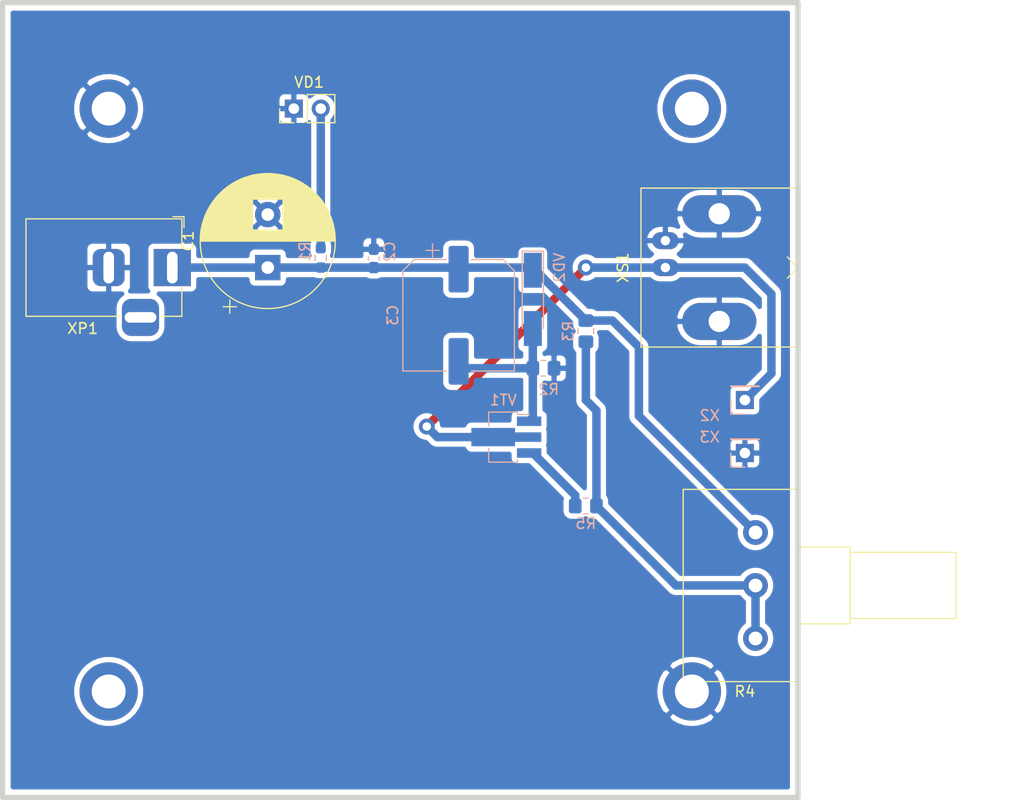
<source format=kicad_pcb>
(kicad_pcb (version 20171130) (host pcbnew 5.1.9+dfsg1-1)

  (general
    (thickness 1.6)
    (drawings 4)
    (tracks 35)
    (zones 0)
    (modules 19)
    (nets 9)
  )

  (page A4)
  (title_block
    (title "Geawvat Adjustable Current Regulator PCB")
    (date 2022-02-25)
    (company "Ivan Shmakov")
    (comment 1 "CC BY-SA 3.0+")
  )

  (layers
    (0 F.Cu signal)
    (31 B.Cu signal)
    (32 B.Adhes user hide)
    (33 F.Adhes user hide)
    (34 B.Paste user hide)
    (35 F.Paste user hide)
    (36 B.SilkS user)
    (37 F.SilkS user)
    (38 B.Mask user hide)
    (39 F.Mask user hide)
    (40 Dwgs.User user)
    (41 Cmts.User user)
    (42 Eco1.User user)
    (43 Eco2.User user)
    (44 Edge.Cuts user)
    (45 Margin user)
    (46 B.CrtYd user)
    (47 F.CrtYd user)
    (48 B.Fab user hide)
    (49 F.Fab user hide)
  )

  (setup
    (last_trace_width 0.8)
    (user_trace_width 1.25)
    (trace_clearance 0.25)
    (zone_clearance 0.508)
    (zone_45_only no)
    (trace_min 0.2)
    (via_size 1.5)
    (via_drill 0.8)
    (via_min_size 0.4)
    (via_min_drill 0.3)
    (uvia_size 0.3)
    (uvia_drill 0.1)
    (uvias_allowed no)
    (uvia_min_size 0.2)
    (uvia_min_drill 0.1)
    (edge_width 0.05)
    (segment_width 0.2)
    (pcb_text_width 0.3)
    (pcb_text_size 1.5 1.5)
    (mod_edge_width 0.12)
    (mod_text_size 1 1)
    (mod_text_width 0.15)
    (pad_size 5.5 5.5)
    (pad_drill 0)
    (pad_to_mask_clearance 0)
    (aux_axis_origin 0 0)
    (visible_elements FFFFFF7F)
    (pcbplotparams
      (layerselection 0x010fc_ffffffff)
      (usegerberextensions false)
      (usegerberattributes true)
      (usegerberadvancedattributes true)
      (creategerberjobfile true)
      (excludeedgelayer true)
      (linewidth 0.100000)
      (plotframeref false)
      (viasonmask false)
      (mode 1)
      (useauxorigin false)
      (hpglpennumber 1)
      (hpglpenspeed 20)
      (hpglpendiameter 15.000000)
      (psnegative false)
      (psa4output false)
      (plotreference true)
      (plotvalue true)
      (plotinvisibletext false)
      (padsonsilk false)
      (subtractmaskfromsilk false)
      (outputformat 1)
      (mirror false)
      (drillshape 1)
      (scaleselection 1)
      (outputdirectory ""))
  )

  (net 0 "")
  (net 1 "Net-(C1-Pad1)")
  (net 2 /COM)
  (net 3 "Net-(C3-Pad2)")
  (net 4 "Net-(R1-Pad1)")
  (net 5 "Net-(R3-Pad2)")
  (net 6 "Net-(R5-Pad1)")
  (net 7 /VOUT)
  (net 8 "Net-(XP1-Pad3)")

  (net_class Default "This is the default net class."
    (clearance 0.25)
    (trace_width 0.8)
    (via_dia 1.5)
    (via_drill 0.8)
    (uvia_dia 0.3)
    (uvia_drill 0.1)
    (add_net /COM)
    (add_net /VOUT)
    (add_net "Net-(C1-Pad1)")
    (add_net "Net-(C3-Pad2)")
    (add_net "Net-(R1-Pad1)")
    (add_net "Net-(R3-Pad2)")
    (add_net "Net-(R5-Pad1)")
    (add_net "Net-(XP1-Pad3)")
  )

  (module MountingHole:MountingHole_3.2mm_M3_ISO14580_Pad (layer B.Cu) (tedit 56D1B4CB) (tstamp 6218E34A)
    (at 115 60)
    (descr "Mounting Hole 3.2mm, M3, ISO14580")
    (tags "mounting hole 3.2mm m3 iso14580")
    (attr virtual)
    (fp_text reference REF** (at 0 3.75) (layer B.SilkS) hide
      (effects (font (size 1 1) (thickness 0.15)) (justify mirror))
    )
    (fp_text value MountingHole_3.2mm_M3_ISO14580_Pad (at 0 -3.75) (layer B.Fab) hide
      (effects (font (size 1 1) (thickness 0.15)) (justify mirror))
    )
    (fp_text user %R (at 0.3 0) (layer B.Fab)
      (effects (font (size 1 1) (thickness 0.15)) (justify mirror))
    )
    (fp_circle (center 0 0) (end 2.75 0) (layer Cmts.User) (width 0.15))
    (fp_circle (center 0 0) (end 3 0) (layer B.CrtYd) (width 0.05))
    (pad 1 thru_hole circle (at 0 0) (size 5.5 5.5) (drill 3.2) (layers *.Cu *.Mask))
  )

  (module MountingHole:MountingHole_3.2mm_M3_ISO14580_Pad (layer B.Cu) (tedit 56D1B4CB) (tstamp 6218E339)
    (at 115 115)
    (descr "Mounting Hole 3.2mm, M3, ISO14580")
    (tags "mounting hole 3.2mm m3 iso14580")
    (attr virtual)
    (fp_text reference REF** (at 0 3.75) (layer B.SilkS) hide
      (effects (font (size 1 1) (thickness 0.15)) (justify mirror))
    )
    (fp_text value MountingHole_3.2mm_M3_ISO14580_Pad (at 0 -3.75) (layer B.Fab) hide
      (effects (font (size 1 1) (thickness 0.15)) (justify mirror))
    )
    (fp_text user %R (at 0.3 0) (layer B.Fab)
      (effects (font (size 1 1) (thickness 0.15)) (justify mirror))
    )
    (fp_circle (center 0 0) (end 2.75 0) (layer Cmts.User) (width 0.15))
    (fp_circle (center 0 0) (end 3 0) (layer B.CrtYd) (width 0.05))
    (pad 1 thru_hole circle (at 0 0) (size 5.5 5.5) (drill 3.2) (layers *.Cu *.Mask)
      (net 2 /COM))
  )

  (module MountingHole:MountingHole_3.2mm_M3_ISO14580_Pad (layer B.Cu) (tedit 56D1B4CB) (tstamp 6218E329)
    (at 60 115)
    (descr "Mounting Hole 3.2mm, M3, ISO14580")
    (tags "mounting hole 3.2mm m3 iso14580")
    (attr virtual)
    (fp_text reference REF** (at 0 3.75) (layer B.SilkS) hide
      (effects (font (size 1 1) (thickness 0.15)) (justify mirror))
    )
    (fp_text value MountingHole_3.2mm_M3_ISO14580_Pad (at 0 -3.75) (layer B.Fab) hide
      (effects (font (size 1 1) (thickness 0.15)) (justify mirror))
    )
    (fp_text user %R (at 0.3 0) (layer B.Fab)
      (effects (font (size 1 1) (thickness 0.15)) (justify mirror))
    )
    (fp_circle (center 0 0) (end 2.75 0) (layer Cmts.User) (width 0.15))
    (fp_circle (center 0 0) (end 3 0) (layer B.CrtYd) (width 0.05))
    (pad 1 thru_hole circle (at 0 0) (size 5.5 5.5) (drill 3.2) (layers *.Cu *.Mask))
  )

  (module MountingHole:MountingHole_3.2mm_M3_ISO14580_Pad (layer B.Cu) (tedit 56D1B4CB) (tstamp 6218E0BE)
    (at 60 60)
    (descr "Mounting Hole 3.2mm, M3, ISO14580")
    (tags "mounting hole 3.2mm m3 iso14580")
    (attr virtual)
    (fp_text reference REF** (at 0 3.75) (layer B.SilkS) hide
      (effects (font (size 1 1) (thickness 0.15)) (justify mirror))
    )
    (fp_text value MountingHole_3.2mm_M3_ISO14580_Pad (at 0 -3.75) (layer B.Fab) hide
      (effects (font (size 1 1) (thickness 0.15)) (justify mirror))
    )
    (fp_text user %R (at 0.3 0) (layer B.Fab)
      (effects (font (size 1 1) (thickness 0.15)) (justify mirror))
    )
    (fp_circle (center 0 0) (end 2.75 0) (layer Cmts.User) (width 0.15))
    (fp_circle (center 0 0) (end 3 0) (layer B.CrtYd) (width 0.05))
    (pad 1 thru_hole circle (at 0 0) (size 5.5 5.5) (drill 3.2) (layers *.Cu *.Mask)
      (net 2 /COM))
  )

  (module Connector_PinHeader_2.54mm:PinHeader_1x02_P2.54mm_Vertical (layer F.Cu) (tedit 59FED5CC) (tstamp 62195185)
    (at 77.46 60 90)
    (descr "Through hole straight pin header, 1x02, 2.54mm pitch, single row")
    (tags "Through hole pin header THT 1x02 2.54mm single row")
    (path /61FE704F)
    (fp_text reference VD1 (at 2.489713 1.444413 180) (layer F.SilkS)
      (effects (font (size 1 1) (thickness 0.15)))
    )
    (fp_text value KPH-1608SEC (at 0 1.43 90) (layer F.Fab)
      (effects (font (size 1 1) (thickness 0.15)))
    )
    (fp_text user %R (at 0 0 90) (layer F.Fab)
      (effects (font (size 0.4 0.4) (thickness 0.06)))
    )
    (fp_line (start -0.635 -1.27) (end 1.27 -1.27) (layer F.Fab) (width 0.1))
    (fp_line (start 1.27 -1.27) (end 1.27 3.81) (layer F.Fab) (width 0.1))
    (fp_line (start 1.27 3.81) (end -1.27 3.81) (layer F.Fab) (width 0.1))
    (fp_line (start -1.27 3.81) (end -1.27 -0.635) (layer F.Fab) (width 0.1))
    (fp_line (start -1.27 -0.635) (end -0.635 -1.27) (layer F.Fab) (width 0.1))
    (fp_line (start -1.33 3.87) (end 1.33 3.87) (layer F.SilkS) (width 0.12))
    (fp_line (start -1.33 1.27) (end -1.33 3.87) (layer F.SilkS) (width 0.12))
    (fp_line (start 1.33 1.27) (end 1.33 3.87) (layer F.SilkS) (width 0.12))
    (fp_line (start -1.33 1.27) (end 1.33 1.27) (layer F.SilkS) (width 0.12))
    (fp_line (start -1.33 0) (end -1.33 -1.33) (layer F.SilkS) (width 0.12))
    (fp_line (start -1.33 -1.33) (end 0 -1.33) (layer F.SilkS) (width 0.12))
    (fp_line (start -1.8 -1.8) (end -1.8 4.35) (layer F.CrtYd) (width 0.05))
    (fp_line (start -1.8 4.35) (end 1.8 4.35) (layer F.CrtYd) (width 0.05))
    (fp_line (start 1.8 4.35) (end 1.8 -1.8) (layer F.CrtYd) (width 0.05))
    (fp_line (start 1.8 -1.8) (end -1.8 -1.8) (layer F.CrtYd) (width 0.05))
    (pad 2 thru_hole oval (at 0 2.54 90) (size 1.7 1.7) (drill 1) (layers *.Cu *.Mask)
      (net 4 "Net-(R1-Pad1)"))
    (pad 1 thru_hole rect (at 0 0 90) (size 1.7 1.7) (drill 1) (layers *.Cu *.Mask)
      (net 2 /COM))
    (model ${KICAD6_3DMODEL_DIR}/Connector_PinHeader_2.54mm.3dshapes/PinHeader_1x02_P2.54mm_Vertical.wrl
      (at (xyz 0 0 0))
      (scale (xyz 1 1 1))
      (rotate (xyz 0 0 0))
    )
  )

  (module Potentiometer_THT:Potentiometer_Alps_RK163_Single_Horizontal (layer F.Cu) (tedit 5A3D4993) (tstamp 62195AF2)
    (at 121 110)
    (descr "Potentiometer, horizontal, Alps RK163 Single, http://www.alps.com/prod/info/E/HTML/Potentiometer/RotaryPotentiometers/RK16/RK16_list.html")
    (tags "Potentiometer horizontal Alps RK163 Single")
    (path /61E5D383)
    (fp_text reference R4 (at -1 5) (layer F.SilkS)
      (effects (font (size 1 1) (thickness 0.15)))
    )
    (fp_text value "50 k" (at 0 7.41) (layer F.Fab)
      (effects (font (size 1 1) (thickness 0.15)))
    )
    (fp_line (start 19.05 -14.2) (end -6.95 -14.2) (layer F.CrtYd) (width 0.05))
    (fp_line (start 19.05 4.2) (end 19.05 -14.2) (layer F.CrtYd) (width 0.05))
    (fp_line (start -6.95 4.2) (end 19.05 4.2) (layer F.CrtYd) (width 0.05))
    (fp_line (start -6.95 -14.2) (end -6.95 4.2) (layer F.CrtYd) (width 0.05))
    (fp_line (start 18.92 -8.12) (end 18.92 -1.879) (layer F.SilkS) (width 0.12))
    (fp_line (start 8.92 -8.12) (end 8.92 -1.879) (layer F.SilkS) (width 0.12))
    (fp_line (start 8.92 -1.879) (end 18.92 -1.879) (layer F.SilkS) (width 0.12))
    (fp_line (start 8.92 -8.12) (end 18.92 -8.12) (layer F.SilkS) (width 0.12))
    (fp_line (start 8.92 -8.62) (end 8.92 -1.38) (layer F.SilkS) (width 0.12))
    (fp_line (start 3.92 -8.62) (end 3.92 -1.38) (layer F.SilkS) (width 0.12))
    (fp_line (start 3.92 -1.38) (end 8.92 -1.38) (layer F.SilkS) (width 0.12))
    (fp_line (start 3.92 -8.62) (end 8.92 -8.62) (layer F.SilkS) (width 0.12))
    (fp_line (start 3.92 -14.07) (end 3.92 4.07) (layer F.SilkS) (width 0.12))
    (fp_line (start -6.82 -14.07) (end -6.82 4.07) (layer F.SilkS) (width 0.12))
    (fp_line (start -6.82 4.07) (end 3.92 4.07) (layer F.SilkS) (width 0.12))
    (fp_line (start -6.82 -14.07) (end 3.92 -14.07) (layer F.SilkS) (width 0.12))
    (fp_line (start 18.8 -8) (end 8.8 -8) (layer F.Fab) (width 0.1))
    (fp_line (start 18.8 -2) (end 18.8 -8) (layer F.Fab) (width 0.1))
    (fp_line (start 8.8 -2) (end 18.8 -2) (layer F.Fab) (width 0.1))
    (fp_line (start 8.8 -8) (end 8.8 -2) (layer F.Fab) (width 0.1))
    (fp_line (start 8.8 -8.5) (end 3.8 -8.5) (layer F.Fab) (width 0.1))
    (fp_line (start 8.8 -1.5) (end 8.8 -8.5) (layer F.Fab) (width 0.1))
    (fp_line (start 3.8 -1.5) (end 8.8 -1.5) (layer F.Fab) (width 0.1))
    (fp_line (start 3.8 -8.5) (end 3.8 -1.5) (layer F.Fab) (width 0.1))
    (fp_line (start 3.8 -13.95) (end -6.7 -13.95) (layer F.Fab) (width 0.1))
    (fp_line (start 3.8 3.95) (end 3.8 -13.95) (layer F.Fab) (width 0.1))
    (fp_line (start -6.7 3.95) (end 3.8 3.95) (layer F.Fab) (width 0.1))
    (fp_line (start -6.7 -13.95) (end -6.7 3.95) (layer F.Fab) (width 0.1))
    (fp_text user %R (at 0 2.54 90) (layer F.Fab)
      (effects (font (size 1 1) (thickness 0.15)))
    )
    (pad 3 thru_hole circle (at 0 -10) (size 2.34 2.34) (drill 1.3) (layers *.Cu *.Mask)
      (net 1 "Net-(C1-Pad1)"))
    (pad 2 thru_hole circle (at 0 -5) (size 2.34 2.34) (drill 1.3) (layers *.Cu *.Mask)
      (net 5 "Net-(R3-Pad2)"))
    (pad 1 thru_hole circle (at 0 0) (size 2.34 2.34) (drill 1.3) (layers *.Cu *.Mask)
      (net 5 "Net-(R3-Pad2)"))
    (model ${KICAD6_3DMODEL_DIR}/Potentiometer_THT.3dshapes/Potentiometer_Alps_RK163_Single_Horizontal.wrl
      (at (xyz 0 0 0))
      (scale (xyz 1 1 1))
      (rotate (xyz 0 0 0))
    )
  )

  (module Connector_PinHeader_2.54mm:PinHeader_1x01_P2.54mm_Vertical (layer B.Cu) (tedit 59FED5CC) (tstamp 6218DB53)
    (at 120 87.5)
    (descr "Through hole straight pin header, 1x01, 2.54mm pitch, single row")
    (tags "Through hole pin header THT 1x01 2.54mm single row")
    (path /61E1E44E)
    (fp_text reference X2 (at -3.32 1.46) (layer B.SilkS)
      (effects (font (size 1 1) (thickness 0.15)) (justify mirror))
    )
    (fp_text value Conn_01x01 (at 0 -4.2) (layer B.Fab)
      (effects (font (size 1 1) (thickness 0.15)) (justify mirror))
    )
    (fp_text user %R (at 0.3 0) (layer B.Fab)
      (effects (font (size 1 1) (thickness 0.15)) (justify mirror))
    )
    (fp_line (start -0.635 1.27) (end 1.27 1.27) (layer B.Fab) (width 0.1))
    (fp_line (start 1.27 1.27) (end 1.27 -1.27) (layer B.Fab) (width 0.1))
    (fp_line (start 1.27 -1.27) (end -1.27 -1.27) (layer B.Fab) (width 0.1))
    (fp_line (start -1.27 -1.27) (end -1.27 0.635) (layer B.Fab) (width 0.1))
    (fp_line (start -1.27 0.635) (end -0.635 1.27) (layer B.Fab) (width 0.1))
    (fp_line (start -1.33 -1.33) (end 1.33 -1.33) (layer B.SilkS) (width 0.12))
    (fp_line (start -1.33 -1.27) (end -1.33 -1.33) (layer B.SilkS) (width 0.12))
    (fp_line (start 1.33 -1.27) (end 1.33 -1.33) (layer B.SilkS) (width 0.12))
    (fp_line (start -1.33 -1.27) (end 1.33 -1.27) (layer B.SilkS) (width 0.12))
    (fp_line (start -1.33 0) (end -1.33 1.33) (layer B.SilkS) (width 0.12))
    (fp_line (start -1.33 1.33) (end 0 1.33) (layer B.SilkS) (width 0.12))
    (fp_line (start -1.8 1.8) (end -1.8 -1.8) (layer B.CrtYd) (width 0.05))
    (fp_line (start -1.8 -1.8) (end 1.8 -1.8) (layer B.CrtYd) (width 0.05))
    (fp_line (start 1.8 -1.8) (end 1.8 1.8) (layer B.CrtYd) (width 0.05))
    (fp_line (start 1.8 1.8) (end -1.8 1.8) (layer B.CrtYd) (width 0.05))
    (pad 1 thru_hole rect (at 0 0) (size 1.7 1.7) (drill 1) (layers *.Cu *.Mask)
      (net 7 /VOUT))
    (model ${KICAD6_3DMODEL_DIR}/Connector_PinHeader_2.54mm.3dshapes/PinHeader_1x01_P2.54mm_Vertical.wrl
      (at (xyz 0 0 0))
      (scale (xyz 1 1 1))
      (rotate (xyz 0 0 0))
    )
  )

  (module Connector_PinHeader_2.54mm:PinHeader_1x01_P2.54mm_Vertical (layer B.Cu) (tedit 59FED5CC) (tstamp 6218FD88)
    (at 120 92.5)
    (descr "Through hole straight pin header, 1x01, 2.54mm pitch, single row")
    (tags "Through hole pin header THT 1x01 2.54mm single row")
    (path /62E518E8)
    (fp_text reference X3 (at -3.32 -1.5) (layer B.SilkS)
      (effects (font (size 1 1) (thickness 0.15)) (justify mirror))
    )
    (fp_text value Conn_01x01 (at 0 -4.2) (layer B.Fab)
      (effects (font (size 1 1) (thickness 0.15)) (justify mirror))
    )
    (fp_text user %R (at 0.3 0) (layer B.Fab)
      (effects (font (size 1 1) (thickness 0.15)) (justify mirror))
    )
    (fp_line (start -0.635 1.27) (end 1.27 1.27) (layer B.Fab) (width 0.1))
    (fp_line (start 1.27 1.27) (end 1.27 -1.27) (layer B.Fab) (width 0.1))
    (fp_line (start 1.27 -1.27) (end -1.27 -1.27) (layer B.Fab) (width 0.1))
    (fp_line (start -1.27 -1.27) (end -1.27 0.635) (layer B.Fab) (width 0.1))
    (fp_line (start -1.27 0.635) (end -0.635 1.27) (layer B.Fab) (width 0.1))
    (fp_line (start -1.33 -1.33) (end 1.33 -1.33) (layer B.SilkS) (width 0.12))
    (fp_line (start -1.33 -1.27) (end -1.33 -1.33) (layer B.SilkS) (width 0.12))
    (fp_line (start 1.33 -1.27) (end 1.33 -1.33) (layer B.SilkS) (width 0.12))
    (fp_line (start -1.33 -1.27) (end 1.33 -1.27) (layer B.SilkS) (width 0.12))
    (fp_line (start -1.33 0) (end -1.33 1.33) (layer B.SilkS) (width 0.12))
    (fp_line (start -1.33 1.33) (end 0 1.33) (layer B.SilkS) (width 0.12))
    (fp_line (start -1.8 1.8) (end -1.8 -1.8) (layer B.CrtYd) (width 0.05))
    (fp_line (start -1.8 -1.8) (end 1.8 -1.8) (layer B.CrtYd) (width 0.05))
    (fp_line (start 1.8 -1.8) (end 1.8 1.8) (layer B.CrtYd) (width 0.05))
    (fp_line (start 1.8 1.8) (end -1.8 1.8) (layer B.CrtYd) (width 0.05))
    (pad 1 thru_hole rect (at 0 0) (size 1.7 1.7) (drill 1) (layers *.Cu *.Mask)
      (net 2 /COM))
    (model ${KICAD6_3DMODEL_DIR}/Connector_PinHeader_2.54mm.3dshapes/PinHeader_1x01_P2.54mm_Vertical.wrl
      (at (xyz 0 0 0))
      (scale (xyz 1 1 1))
      (rotate (xyz 0 0 0))
    )
  )

  (module Capacitor_THT:CP_Radial_D12.5mm_P5.00mm (layer F.Cu) (tedit 5AE50EF1) (tstamp 62192937)
    (at 75 75 90)
    (descr "CP, Radial series, Radial, pin pitch=5.00mm, , diameter=12.5mm, Electrolytic Capacitor")
    (tags "CP Radial series Radial pin pitch 5.00mm  diameter 12.5mm Electrolytic Capacitor")
    (path /61ED16A3)
    (fp_text reference C1 (at 2.5 -7.5 90) (layer F.SilkS)
      (effects (font (size 1 1) (thickness 0.15)))
    )
    (fp_text value 47 (at 2.5 7.5 90) (layer F.Fab)
      (effects (font (size 1 1) (thickness 0.15)))
    )
    (fp_line (start -3.692082 -4.2) (end -3.692082 -2.95) (layer F.SilkS) (width 0.12))
    (fp_line (start -4.317082 -3.575) (end -3.067082 -3.575) (layer F.SilkS) (width 0.12))
    (fp_line (start 8.861 -0.317) (end 8.861 0.317) (layer F.SilkS) (width 0.12))
    (fp_line (start 8.821 -0.757) (end 8.821 0.757) (layer F.SilkS) (width 0.12))
    (fp_line (start 8.781 -1.028) (end 8.781 1.028) (layer F.SilkS) (width 0.12))
    (fp_line (start 8.741 -1.241) (end 8.741 1.241) (layer F.SilkS) (width 0.12))
    (fp_line (start 8.701 -1.422) (end 8.701 1.422) (layer F.SilkS) (width 0.12))
    (fp_line (start 8.661 -1.583) (end 8.661 1.583) (layer F.SilkS) (width 0.12))
    (fp_line (start 8.621 -1.728) (end 8.621 1.728) (layer F.SilkS) (width 0.12))
    (fp_line (start 8.581 -1.861) (end 8.581 1.861) (layer F.SilkS) (width 0.12))
    (fp_line (start 8.541 -1.984) (end 8.541 1.984) (layer F.SilkS) (width 0.12))
    (fp_line (start 8.501 -2.1) (end 8.501 2.1) (layer F.SilkS) (width 0.12))
    (fp_line (start 8.461 -2.209) (end 8.461 2.209) (layer F.SilkS) (width 0.12))
    (fp_line (start 8.421 -2.312) (end 8.421 2.312) (layer F.SilkS) (width 0.12))
    (fp_line (start 8.381 -2.41) (end 8.381 2.41) (layer F.SilkS) (width 0.12))
    (fp_line (start 8.341 -2.504) (end 8.341 2.504) (layer F.SilkS) (width 0.12))
    (fp_line (start 8.301 -2.594) (end 8.301 2.594) (layer F.SilkS) (width 0.12))
    (fp_line (start 8.261 -2.681) (end 8.261 2.681) (layer F.SilkS) (width 0.12))
    (fp_line (start 8.221 -2.764) (end 8.221 2.764) (layer F.SilkS) (width 0.12))
    (fp_line (start 8.181 -2.844) (end 8.181 2.844) (layer F.SilkS) (width 0.12))
    (fp_line (start 8.141 -2.921) (end 8.141 2.921) (layer F.SilkS) (width 0.12))
    (fp_line (start 8.101 -2.996) (end 8.101 2.996) (layer F.SilkS) (width 0.12))
    (fp_line (start 8.061 -3.069) (end 8.061 3.069) (layer F.SilkS) (width 0.12))
    (fp_line (start 8.021 -3.14) (end 8.021 3.14) (layer F.SilkS) (width 0.12))
    (fp_line (start 7.981 -3.208) (end 7.981 3.208) (layer F.SilkS) (width 0.12))
    (fp_line (start 7.941 -3.275) (end 7.941 3.275) (layer F.SilkS) (width 0.12))
    (fp_line (start 7.901 -3.339) (end 7.901 3.339) (layer F.SilkS) (width 0.12))
    (fp_line (start 7.861 -3.402) (end 7.861 3.402) (layer F.SilkS) (width 0.12))
    (fp_line (start 7.821 -3.464) (end 7.821 3.464) (layer F.SilkS) (width 0.12))
    (fp_line (start 7.781 -3.524) (end 7.781 3.524) (layer F.SilkS) (width 0.12))
    (fp_line (start 7.741 -3.583) (end 7.741 3.583) (layer F.SilkS) (width 0.12))
    (fp_line (start 7.701 -3.64) (end 7.701 3.64) (layer F.SilkS) (width 0.12))
    (fp_line (start 7.661 -3.696) (end 7.661 3.696) (layer F.SilkS) (width 0.12))
    (fp_line (start 7.621 -3.75) (end 7.621 3.75) (layer F.SilkS) (width 0.12))
    (fp_line (start 7.581 -3.804) (end 7.581 3.804) (layer F.SilkS) (width 0.12))
    (fp_line (start 7.541 -3.856) (end 7.541 3.856) (layer F.SilkS) (width 0.12))
    (fp_line (start 7.501 -3.907) (end 7.501 3.907) (layer F.SilkS) (width 0.12))
    (fp_line (start 7.461 -3.957) (end 7.461 3.957) (layer F.SilkS) (width 0.12))
    (fp_line (start 7.421 -4.007) (end 7.421 4.007) (layer F.SilkS) (width 0.12))
    (fp_line (start 7.381 -4.055) (end 7.381 4.055) (layer F.SilkS) (width 0.12))
    (fp_line (start 7.341 -4.102) (end 7.341 4.102) (layer F.SilkS) (width 0.12))
    (fp_line (start 7.301 -4.148) (end 7.301 4.148) (layer F.SilkS) (width 0.12))
    (fp_line (start 7.261 -4.194) (end 7.261 4.194) (layer F.SilkS) (width 0.12))
    (fp_line (start 7.221 -4.238) (end 7.221 4.238) (layer F.SilkS) (width 0.12))
    (fp_line (start 7.181 -4.282) (end 7.181 4.282) (layer F.SilkS) (width 0.12))
    (fp_line (start 7.141 -4.325) (end 7.141 4.325) (layer F.SilkS) (width 0.12))
    (fp_line (start 7.101 -4.367) (end 7.101 4.367) (layer F.SilkS) (width 0.12))
    (fp_line (start 7.061 -4.408) (end 7.061 4.408) (layer F.SilkS) (width 0.12))
    (fp_line (start 7.021 -4.449) (end 7.021 4.449) (layer F.SilkS) (width 0.12))
    (fp_line (start 6.981 -4.489) (end 6.981 4.489) (layer F.SilkS) (width 0.12))
    (fp_line (start 6.941 -4.528) (end 6.941 4.528) (layer F.SilkS) (width 0.12))
    (fp_line (start 6.901 -4.567) (end 6.901 4.567) (layer F.SilkS) (width 0.12))
    (fp_line (start 6.861 -4.605) (end 6.861 4.605) (layer F.SilkS) (width 0.12))
    (fp_line (start 6.821 -4.642) (end 6.821 4.642) (layer F.SilkS) (width 0.12))
    (fp_line (start 6.781 -4.678) (end 6.781 4.678) (layer F.SilkS) (width 0.12))
    (fp_line (start 6.741 -4.714) (end 6.741 4.714) (layer F.SilkS) (width 0.12))
    (fp_line (start 6.701 -4.75) (end 6.701 4.75) (layer F.SilkS) (width 0.12))
    (fp_line (start 6.661 -4.785) (end 6.661 4.785) (layer F.SilkS) (width 0.12))
    (fp_line (start 6.621 -4.819) (end 6.621 4.819) (layer F.SilkS) (width 0.12))
    (fp_line (start 6.581 -4.852) (end 6.581 4.852) (layer F.SilkS) (width 0.12))
    (fp_line (start 6.541 -4.885) (end 6.541 4.885) (layer F.SilkS) (width 0.12))
    (fp_line (start 6.501 -4.918) (end 6.501 4.918) (layer F.SilkS) (width 0.12))
    (fp_line (start 6.461 -4.95) (end 6.461 4.95) (layer F.SilkS) (width 0.12))
    (fp_line (start 6.421 1.44) (end 6.421 4.982) (layer F.SilkS) (width 0.12))
    (fp_line (start 6.421 -4.982) (end 6.421 -1.44) (layer F.SilkS) (width 0.12))
    (fp_line (start 6.381 1.44) (end 6.381 5.012) (layer F.SilkS) (width 0.12))
    (fp_line (start 6.381 -5.012) (end 6.381 -1.44) (layer F.SilkS) (width 0.12))
    (fp_line (start 6.341 1.44) (end 6.341 5.043) (layer F.SilkS) (width 0.12))
    (fp_line (start 6.341 -5.043) (end 6.341 -1.44) (layer F.SilkS) (width 0.12))
    (fp_line (start 6.301 1.44) (end 6.301 5.073) (layer F.SilkS) (width 0.12))
    (fp_line (start 6.301 -5.073) (end 6.301 -1.44) (layer F.SilkS) (width 0.12))
    (fp_line (start 6.261 1.44) (end 6.261 5.102) (layer F.SilkS) (width 0.12))
    (fp_line (start 6.261 -5.102) (end 6.261 -1.44) (layer F.SilkS) (width 0.12))
    (fp_line (start 6.221 1.44) (end 6.221 5.131) (layer F.SilkS) (width 0.12))
    (fp_line (start 6.221 -5.131) (end 6.221 -1.44) (layer F.SilkS) (width 0.12))
    (fp_line (start 6.181 1.44) (end 6.181 5.16) (layer F.SilkS) (width 0.12))
    (fp_line (start 6.181 -5.16) (end 6.181 -1.44) (layer F.SilkS) (width 0.12))
    (fp_line (start 6.141 1.44) (end 6.141 5.188) (layer F.SilkS) (width 0.12))
    (fp_line (start 6.141 -5.188) (end 6.141 -1.44) (layer F.SilkS) (width 0.12))
    (fp_line (start 6.101 1.44) (end 6.101 5.216) (layer F.SilkS) (width 0.12))
    (fp_line (start 6.101 -5.216) (end 6.101 -1.44) (layer F.SilkS) (width 0.12))
    (fp_line (start 6.061 1.44) (end 6.061 5.243) (layer F.SilkS) (width 0.12))
    (fp_line (start 6.061 -5.243) (end 6.061 -1.44) (layer F.SilkS) (width 0.12))
    (fp_line (start 6.021 1.44) (end 6.021 5.27) (layer F.SilkS) (width 0.12))
    (fp_line (start 6.021 -5.27) (end 6.021 -1.44) (layer F.SilkS) (width 0.12))
    (fp_line (start 5.981 1.44) (end 5.981 5.296) (layer F.SilkS) (width 0.12))
    (fp_line (start 5.981 -5.296) (end 5.981 -1.44) (layer F.SilkS) (width 0.12))
    (fp_line (start 5.941 1.44) (end 5.941 5.322) (layer F.SilkS) (width 0.12))
    (fp_line (start 5.941 -5.322) (end 5.941 -1.44) (layer F.SilkS) (width 0.12))
    (fp_line (start 5.901 1.44) (end 5.901 5.347) (layer F.SilkS) (width 0.12))
    (fp_line (start 5.901 -5.347) (end 5.901 -1.44) (layer F.SilkS) (width 0.12))
    (fp_line (start 5.861 1.44) (end 5.861 5.372) (layer F.SilkS) (width 0.12))
    (fp_line (start 5.861 -5.372) (end 5.861 -1.44) (layer F.SilkS) (width 0.12))
    (fp_line (start 5.821 1.44) (end 5.821 5.397) (layer F.SilkS) (width 0.12))
    (fp_line (start 5.821 -5.397) (end 5.821 -1.44) (layer F.SilkS) (width 0.12))
    (fp_line (start 5.781 1.44) (end 5.781 5.421) (layer F.SilkS) (width 0.12))
    (fp_line (start 5.781 -5.421) (end 5.781 -1.44) (layer F.SilkS) (width 0.12))
    (fp_line (start 5.741 1.44) (end 5.741 5.445) (layer F.SilkS) (width 0.12))
    (fp_line (start 5.741 -5.445) (end 5.741 -1.44) (layer F.SilkS) (width 0.12))
    (fp_line (start 5.701 1.44) (end 5.701 5.468) (layer F.SilkS) (width 0.12))
    (fp_line (start 5.701 -5.468) (end 5.701 -1.44) (layer F.SilkS) (width 0.12))
    (fp_line (start 5.661 1.44) (end 5.661 5.491) (layer F.SilkS) (width 0.12))
    (fp_line (start 5.661 -5.491) (end 5.661 -1.44) (layer F.SilkS) (width 0.12))
    (fp_line (start 5.621 1.44) (end 5.621 5.514) (layer F.SilkS) (width 0.12))
    (fp_line (start 5.621 -5.514) (end 5.621 -1.44) (layer F.SilkS) (width 0.12))
    (fp_line (start 5.581 1.44) (end 5.581 5.536) (layer F.SilkS) (width 0.12))
    (fp_line (start 5.581 -5.536) (end 5.581 -1.44) (layer F.SilkS) (width 0.12))
    (fp_line (start 5.541 1.44) (end 5.541 5.558) (layer F.SilkS) (width 0.12))
    (fp_line (start 5.541 -5.558) (end 5.541 -1.44) (layer F.SilkS) (width 0.12))
    (fp_line (start 5.501 1.44) (end 5.501 5.58) (layer F.SilkS) (width 0.12))
    (fp_line (start 5.501 -5.58) (end 5.501 -1.44) (layer F.SilkS) (width 0.12))
    (fp_line (start 5.461 1.44) (end 5.461 5.601) (layer F.SilkS) (width 0.12))
    (fp_line (start 5.461 -5.601) (end 5.461 -1.44) (layer F.SilkS) (width 0.12))
    (fp_line (start 5.421 1.44) (end 5.421 5.622) (layer F.SilkS) (width 0.12))
    (fp_line (start 5.421 -5.622) (end 5.421 -1.44) (layer F.SilkS) (width 0.12))
    (fp_line (start 5.381 1.44) (end 5.381 5.642) (layer F.SilkS) (width 0.12))
    (fp_line (start 5.381 -5.642) (end 5.381 -1.44) (layer F.SilkS) (width 0.12))
    (fp_line (start 5.341 1.44) (end 5.341 5.662) (layer F.SilkS) (width 0.12))
    (fp_line (start 5.341 -5.662) (end 5.341 -1.44) (layer F.SilkS) (width 0.12))
    (fp_line (start 5.301 1.44) (end 5.301 5.682) (layer F.SilkS) (width 0.12))
    (fp_line (start 5.301 -5.682) (end 5.301 -1.44) (layer F.SilkS) (width 0.12))
    (fp_line (start 5.261 1.44) (end 5.261 5.702) (layer F.SilkS) (width 0.12))
    (fp_line (start 5.261 -5.702) (end 5.261 -1.44) (layer F.SilkS) (width 0.12))
    (fp_line (start 5.221 1.44) (end 5.221 5.721) (layer F.SilkS) (width 0.12))
    (fp_line (start 5.221 -5.721) (end 5.221 -1.44) (layer F.SilkS) (width 0.12))
    (fp_line (start 5.181 1.44) (end 5.181 5.739) (layer F.SilkS) (width 0.12))
    (fp_line (start 5.181 -5.739) (end 5.181 -1.44) (layer F.SilkS) (width 0.12))
    (fp_line (start 5.141 1.44) (end 5.141 5.758) (layer F.SilkS) (width 0.12))
    (fp_line (start 5.141 -5.758) (end 5.141 -1.44) (layer F.SilkS) (width 0.12))
    (fp_line (start 5.101 1.44) (end 5.101 5.776) (layer F.SilkS) (width 0.12))
    (fp_line (start 5.101 -5.776) (end 5.101 -1.44) (layer F.SilkS) (width 0.12))
    (fp_line (start 5.061 1.44) (end 5.061 5.793) (layer F.SilkS) (width 0.12))
    (fp_line (start 5.061 -5.793) (end 5.061 -1.44) (layer F.SilkS) (width 0.12))
    (fp_line (start 5.021 1.44) (end 5.021 5.811) (layer F.SilkS) (width 0.12))
    (fp_line (start 5.021 -5.811) (end 5.021 -1.44) (layer F.SilkS) (width 0.12))
    (fp_line (start 4.981 1.44) (end 4.981 5.828) (layer F.SilkS) (width 0.12))
    (fp_line (start 4.981 -5.828) (end 4.981 -1.44) (layer F.SilkS) (width 0.12))
    (fp_line (start 4.941 1.44) (end 4.941 5.845) (layer F.SilkS) (width 0.12))
    (fp_line (start 4.941 -5.845) (end 4.941 -1.44) (layer F.SilkS) (width 0.12))
    (fp_line (start 4.901 1.44) (end 4.901 5.861) (layer F.SilkS) (width 0.12))
    (fp_line (start 4.901 -5.861) (end 4.901 -1.44) (layer F.SilkS) (width 0.12))
    (fp_line (start 4.861 1.44) (end 4.861 5.877) (layer F.SilkS) (width 0.12))
    (fp_line (start 4.861 -5.877) (end 4.861 -1.44) (layer F.SilkS) (width 0.12))
    (fp_line (start 4.821 1.44) (end 4.821 5.893) (layer F.SilkS) (width 0.12))
    (fp_line (start 4.821 -5.893) (end 4.821 -1.44) (layer F.SilkS) (width 0.12))
    (fp_line (start 4.781 1.44) (end 4.781 5.908) (layer F.SilkS) (width 0.12))
    (fp_line (start 4.781 -5.908) (end 4.781 -1.44) (layer F.SilkS) (width 0.12))
    (fp_line (start 4.741 1.44) (end 4.741 5.924) (layer F.SilkS) (width 0.12))
    (fp_line (start 4.741 -5.924) (end 4.741 -1.44) (layer F.SilkS) (width 0.12))
    (fp_line (start 4.701 1.44) (end 4.701 5.939) (layer F.SilkS) (width 0.12))
    (fp_line (start 4.701 -5.939) (end 4.701 -1.44) (layer F.SilkS) (width 0.12))
    (fp_line (start 4.661 1.44) (end 4.661 5.953) (layer F.SilkS) (width 0.12))
    (fp_line (start 4.661 -5.953) (end 4.661 -1.44) (layer F.SilkS) (width 0.12))
    (fp_line (start 4.621 1.44) (end 4.621 5.967) (layer F.SilkS) (width 0.12))
    (fp_line (start 4.621 -5.967) (end 4.621 -1.44) (layer F.SilkS) (width 0.12))
    (fp_line (start 4.581 1.44) (end 4.581 5.981) (layer F.SilkS) (width 0.12))
    (fp_line (start 4.581 -5.981) (end 4.581 -1.44) (layer F.SilkS) (width 0.12))
    (fp_line (start 4.541 1.44) (end 4.541 5.995) (layer F.SilkS) (width 0.12))
    (fp_line (start 4.541 -5.995) (end 4.541 -1.44) (layer F.SilkS) (width 0.12))
    (fp_line (start 4.501 1.44) (end 4.501 6.008) (layer F.SilkS) (width 0.12))
    (fp_line (start 4.501 -6.008) (end 4.501 -1.44) (layer F.SilkS) (width 0.12))
    (fp_line (start 4.461 1.44) (end 4.461 6.021) (layer F.SilkS) (width 0.12))
    (fp_line (start 4.461 -6.021) (end 4.461 -1.44) (layer F.SilkS) (width 0.12))
    (fp_line (start 4.421 1.44) (end 4.421 6.034) (layer F.SilkS) (width 0.12))
    (fp_line (start 4.421 -6.034) (end 4.421 -1.44) (layer F.SilkS) (width 0.12))
    (fp_line (start 4.381 1.44) (end 4.381 6.047) (layer F.SilkS) (width 0.12))
    (fp_line (start 4.381 -6.047) (end 4.381 -1.44) (layer F.SilkS) (width 0.12))
    (fp_line (start 4.341 1.44) (end 4.341 6.059) (layer F.SilkS) (width 0.12))
    (fp_line (start 4.341 -6.059) (end 4.341 -1.44) (layer F.SilkS) (width 0.12))
    (fp_line (start 4.301 1.44) (end 4.301 6.071) (layer F.SilkS) (width 0.12))
    (fp_line (start 4.301 -6.071) (end 4.301 -1.44) (layer F.SilkS) (width 0.12))
    (fp_line (start 4.261 1.44) (end 4.261 6.083) (layer F.SilkS) (width 0.12))
    (fp_line (start 4.261 -6.083) (end 4.261 -1.44) (layer F.SilkS) (width 0.12))
    (fp_line (start 4.221 1.44) (end 4.221 6.094) (layer F.SilkS) (width 0.12))
    (fp_line (start 4.221 -6.094) (end 4.221 -1.44) (layer F.SilkS) (width 0.12))
    (fp_line (start 4.181 1.44) (end 4.181 6.105) (layer F.SilkS) (width 0.12))
    (fp_line (start 4.181 -6.105) (end 4.181 -1.44) (layer F.SilkS) (width 0.12))
    (fp_line (start 4.141 1.44) (end 4.141 6.116) (layer F.SilkS) (width 0.12))
    (fp_line (start 4.141 -6.116) (end 4.141 -1.44) (layer F.SilkS) (width 0.12))
    (fp_line (start 4.101 1.44) (end 4.101 6.126) (layer F.SilkS) (width 0.12))
    (fp_line (start 4.101 -6.126) (end 4.101 -1.44) (layer F.SilkS) (width 0.12))
    (fp_line (start 4.061 1.44) (end 4.061 6.137) (layer F.SilkS) (width 0.12))
    (fp_line (start 4.061 -6.137) (end 4.061 -1.44) (layer F.SilkS) (width 0.12))
    (fp_line (start 4.021 1.44) (end 4.021 6.146) (layer F.SilkS) (width 0.12))
    (fp_line (start 4.021 -6.146) (end 4.021 -1.44) (layer F.SilkS) (width 0.12))
    (fp_line (start 3.981 1.44) (end 3.981 6.156) (layer F.SilkS) (width 0.12))
    (fp_line (start 3.981 -6.156) (end 3.981 -1.44) (layer F.SilkS) (width 0.12))
    (fp_line (start 3.941 1.44) (end 3.941 6.166) (layer F.SilkS) (width 0.12))
    (fp_line (start 3.941 -6.166) (end 3.941 -1.44) (layer F.SilkS) (width 0.12))
    (fp_line (start 3.901 1.44) (end 3.901 6.175) (layer F.SilkS) (width 0.12))
    (fp_line (start 3.901 -6.175) (end 3.901 -1.44) (layer F.SilkS) (width 0.12))
    (fp_line (start 3.861 1.44) (end 3.861 6.184) (layer F.SilkS) (width 0.12))
    (fp_line (start 3.861 -6.184) (end 3.861 -1.44) (layer F.SilkS) (width 0.12))
    (fp_line (start 3.821 1.44) (end 3.821 6.192) (layer F.SilkS) (width 0.12))
    (fp_line (start 3.821 -6.192) (end 3.821 -1.44) (layer F.SilkS) (width 0.12))
    (fp_line (start 3.781 1.44) (end 3.781 6.201) (layer F.SilkS) (width 0.12))
    (fp_line (start 3.781 -6.201) (end 3.781 -1.44) (layer F.SilkS) (width 0.12))
    (fp_line (start 3.741 1.44) (end 3.741 6.209) (layer F.SilkS) (width 0.12))
    (fp_line (start 3.741 -6.209) (end 3.741 -1.44) (layer F.SilkS) (width 0.12))
    (fp_line (start 3.701 1.44) (end 3.701 6.216) (layer F.SilkS) (width 0.12))
    (fp_line (start 3.701 -6.216) (end 3.701 -1.44) (layer F.SilkS) (width 0.12))
    (fp_line (start 3.661 1.44) (end 3.661 6.224) (layer F.SilkS) (width 0.12))
    (fp_line (start 3.661 -6.224) (end 3.661 -1.44) (layer F.SilkS) (width 0.12))
    (fp_line (start 3.621 1.44) (end 3.621 6.231) (layer F.SilkS) (width 0.12))
    (fp_line (start 3.621 -6.231) (end 3.621 -1.44) (layer F.SilkS) (width 0.12))
    (fp_line (start 3.581 1.44) (end 3.581 6.238) (layer F.SilkS) (width 0.12))
    (fp_line (start 3.581 -6.238) (end 3.581 -1.44) (layer F.SilkS) (width 0.12))
    (fp_line (start 3.541 -6.245) (end 3.541 6.245) (layer F.SilkS) (width 0.12))
    (fp_line (start 3.501 -6.252) (end 3.501 6.252) (layer F.SilkS) (width 0.12))
    (fp_line (start 3.461 -6.258) (end 3.461 6.258) (layer F.SilkS) (width 0.12))
    (fp_line (start 3.421 -6.264) (end 3.421 6.264) (layer F.SilkS) (width 0.12))
    (fp_line (start 3.381 -6.269) (end 3.381 6.269) (layer F.SilkS) (width 0.12))
    (fp_line (start 3.341 -6.275) (end 3.341 6.275) (layer F.SilkS) (width 0.12))
    (fp_line (start 3.301 -6.28) (end 3.301 6.28) (layer F.SilkS) (width 0.12))
    (fp_line (start 3.261 -6.285) (end 3.261 6.285) (layer F.SilkS) (width 0.12))
    (fp_line (start 3.221 -6.29) (end 3.221 6.29) (layer F.SilkS) (width 0.12))
    (fp_line (start 3.18 -6.294) (end 3.18 6.294) (layer F.SilkS) (width 0.12))
    (fp_line (start 3.14 -6.298) (end 3.14 6.298) (layer F.SilkS) (width 0.12))
    (fp_line (start 3.1 -6.302) (end 3.1 6.302) (layer F.SilkS) (width 0.12))
    (fp_line (start 3.06 -6.306) (end 3.06 6.306) (layer F.SilkS) (width 0.12))
    (fp_line (start 3.02 -6.309) (end 3.02 6.309) (layer F.SilkS) (width 0.12))
    (fp_line (start 2.98 -6.312) (end 2.98 6.312) (layer F.SilkS) (width 0.12))
    (fp_line (start 2.94 -6.315) (end 2.94 6.315) (layer F.SilkS) (width 0.12))
    (fp_line (start 2.9 -6.318) (end 2.9 6.318) (layer F.SilkS) (width 0.12))
    (fp_line (start 2.86 -6.32) (end 2.86 6.32) (layer F.SilkS) (width 0.12))
    (fp_line (start 2.82 -6.322) (end 2.82 6.322) (layer F.SilkS) (width 0.12))
    (fp_line (start 2.78 -6.324) (end 2.78 6.324) (layer F.SilkS) (width 0.12))
    (fp_line (start 2.74 -6.326) (end 2.74 6.326) (layer F.SilkS) (width 0.12))
    (fp_line (start 2.7 -6.327) (end 2.7 6.327) (layer F.SilkS) (width 0.12))
    (fp_line (start 2.66 -6.328) (end 2.66 6.328) (layer F.SilkS) (width 0.12))
    (fp_line (start 2.62 -6.329) (end 2.62 6.329) (layer F.SilkS) (width 0.12))
    (fp_line (start 2.58 -6.33) (end 2.58 6.33) (layer F.SilkS) (width 0.12))
    (fp_line (start 2.54 -6.33) (end 2.54 6.33) (layer F.SilkS) (width 0.12))
    (fp_line (start 2.5 -6.33) (end 2.5 6.33) (layer F.SilkS) (width 0.12))
    (fp_line (start -2.241489 -3.3625) (end -2.241489 -2.1125) (layer F.Fab) (width 0.1))
    (fp_line (start -2.866489 -2.7375) (end -1.616489 -2.7375) (layer F.Fab) (width 0.1))
    (fp_circle (center 2.5 0) (end 9 0) (layer F.CrtYd) (width 0.05))
    (fp_circle (center 2.5 0) (end 8.87 0) (layer F.SilkS) (width 0.12))
    (fp_circle (center 2.5 0) (end 8.75 0) (layer F.Fab) (width 0.1))
    (fp_text user %R (at 2.5 0 90) (layer F.Fab)
      (effects (font (size 1 1) (thickness 0.15)))
    )
    (pad 1 thru_hole rect (at 0 0 90) (size 2.4 2.4) (drill 1.2) (layers *.Cu *.Mask)
      (net 1 "Net-(C1-Pad1)"))
    (pad 2 thru_hole circle (at 5 0 90) (size 2.4 2.4) (drill 1.2) (layers *.Cu *.Mask)
      (net 2 /COM))
    (model ${KICAD6_3DMODEL_DIR}/Capacitor_THT.3dshapes/CP_Radial_D12.5mm_P5.00mm.wrl
      (at (xyz 0 0 0))
      (scale (xyz 1 1 1))
      (rotate (xyz 0 0 0))
    )
  )

  (module Capacitor_SMD:C_0603_1608Metric_Pad1.08x0.95mm_HandSolder (layer B.Cu) (tedit 5F68FEEF) (tstamp 6218DA83)
    (at 85 74.1375 90)
    (descr "Capacitor SMD 0603 (1608 Metric), square (rectangular) end terminal, IPC_7351 nominal with elongated pad for handsoldering. (Body size source: IPC-SM-782 page 76, https://www.pcb-3d.com/wordpress/wp-content/uploads/ipc-sm-782a_amendment_1_and_2.pdf), generated with kicad-footprint-generator")
    (tags "capacitor handsolder")
    (path /62F10B0C)
    (attr smd)
    (fp_text reference C2 (at 0.6375 1.5 90) (layer B.SilkS)
      (effects (font (size 1 1) (thickness 0.15)) (justify mirror))
    )
    (fp_text value 1 (at 0 -1.43 90) (layer B.Fab)
      (effects (font (size 1 1) (thickness 0.15)) (justify mirror))
    )
    (fp_line (start 1.65 -0.73) (end -1.65 -0.73) (layer B.CrtYd) (width 0.05))
    (fp_line (start 1.65 0.73) (end 1.65 -0.73) (layer B.CrtYd) (width 0.05))
    (fp_line (start -1.65 0.73) (end 1.65 0.73) (layer B.CrtYd) (width 0.05))
    (fp_line (start -1.65 -0.73) (end -1.65 0.73) (layer B.CrtYd) (width 0.05))
    (fp_line (start -0.146267 -0.51) (end 0.146267 -0.51) (layer B.SilkS) (width 0.12))
    (fp_line (start -0.146267 0.51) (end 0.146267 0.51) (layer B.SilkS) (width 0.12))
    (fp_line (start 0.8 -0.4) (end -0.8 -0.4) (layer B.Fab) (width 0.1))
    (fp_line (start 0.8 0.4) (end 0.8 -0.4) (layer B.Fab) (width 0.1))
    (fp_line (start -0.8 0.4) (end 0.8 0.4) (layer B.Fab) (width 0.1))
    (fp_line (start -0.8 -0.4) (end -0.8 0.4) (layer B.Fab) (width 0.1))
    (fp_text user %R (at 0 0 90) (layer B.Fab)
      (effects (font (size 0.4 0.4) (thickness 0.06)) (justify mirror))
    )
    (pad 1 smd roundrect (at -0.8625 0 90) (size 1.075 0.95) (layers B.Cu B.Paste B.Mask) (roundrect_rratio 0.25)
      (net 1 "Net-(C1-Pad1)"))
    (pad 2 smd roundrect (at 0.8625 0 90) (size 1.075 0.95) (layers B.Cu B.Paste B.Mask) (roundrect_rratio 0.25)
      (net 2 /COM))
    (model ${KICAD6_3DMODEL_DIR}/Capacitor_SMD.3dshapes/C_0603_1608Metric.wrl
      (at (xyz 0 0 0))
      (scale (xyz 1 1 1))
      (rotate (xyz 0 0 0))
    )
  )

  (module Capacitor_SMD:CP_Elec_10x12.6 (layer B.Cu) (tedit 5BCA39D1) (tstamp 62192DC8)
    (at 93 79.5 270)
    (descr "SMD capacitor, aluminum electrolytic, Panasonic F12, 10.0x12.6mm")
    (tags "capacitor electrolytic")
    (path /61E87284)
    (attr smd)
    (fp_text reference C3 (at 0 6.2 90) (layer B.SilkS)
      (effects (font (size 1 1) (thickness 0.15)) (justify mirror))
    )
    (fp_text value 330 (at 0 -6.2 90) (layer B.Fab)
      (effects (font (size 1 1) (thickness 0.15)) (justify mirror))
    )
    (fp_line (start -6.8 -1.2) (end -5.4 -1.2) (layer B.CrtYd) (width 0.05))
    (fp_line (start -6.8 1.2) (end -6.8 -1.2) (layer B.CrtYd) (width 0.05))
    (fp_line (start -5.4 1.2) (end -6.8 1.2) (layer B.CrtYd) (width 0.05))
    (fp_line (start -5.4 -1.2) (end -5.4 -4.25) (layer B.CrtYd) (width 0.05))
    (fp_line (start -5.4 4.25) (end -5.4 1.2) (layer B.CrtYd) (width 0.05))
    (fp_line (start -5.4 4.25) (end -4.25 5.4) (layer B.CrtYd) (width 0.05))
    (fp_line (start -5.4 -4.25) (end -4.25 -5.4) (layer B.CrtYd) (width 0.05))
    (fp_line (start -4.25 5.4) (end 5.4 5.4) (layer B.CrtYd) (width 0.05))
    (fp_line (start -4.25 -5.4) (end 5.4 -5.4) (layer B.CrtYd) (width 0.05))
    (fp_line (start 5.4 -1.2) (end 5.4 -5.4) (layer B.CrtYd) (width 0.05))
    (fp_line (start 6.8 -1.2) (end 5.4 -1.2) (layer B.CrtYd) (width 0.05))
    (fp_line (start 6.8 1.2) (end 6.8 -1.2) (layer B.CrtYd) (width 0.05))
    (fp_line (start 5.4 1.2) (end 6.8 1.2) (layer B.CrtYd) (width 0.05))
    (fp_line (start 5.4 5.4) (end 5.4 1.2) (layer B.CrtYd) (width 0.05))
    (fp_line (start -6.125 3.085) (end -6.125 1.835) (layer B.SilkS) (width 0.12))
    (fp_line (start -6.75 2.46) (end -5.5 2.46) (layer B.SilkS) (width 0.12))
    (fp_line (start -5.26 -4.195563) (end -4.195563 -5.26) (layer B.SilkS) (width 0.12))
    (fp_line (start -5.26 4.195563) (end -4.195563 5.26) (layer B.SilkS) (width 0.12))
    (fp_line (start -5.26 4.195563) (end -5.26 1.21) (layer B.SilkS) (width 0.12))
    (fp_line (start -5.26 -4.195563) (end -5.26 -1.21) (layer B.SilkS) (width 0.12))
    (fp_line (start -4.195563 -5.26) (end 5.26 -5.26) (layer B.SilkS) (width 0.12))
    (fp_line (start -4.195563 5.26) (end 5.26 5.26) (layer B.SilkS) (width 0.12))
    (fp_line (start 5.26 5.26) (end 5.26 1.21) (layer B.SilkS) (width 0.12))
    (fp_line (start 5.26 -5.26) (end 5.26 -1.21) (layer B.SilkS) (width 0.12))
    (fp_line (start -4.058325 2.2) (end -4.058325 1.2) (layer B.Fab) (width 0.1))
    (fp_line (start -4.558325 1.7) (end -3.558325 1.7) (layer B.Fab) (width 0.1))
    (fp_line (start -5.15 -4.15) (end -4.15 -5.15) (layer B.Fab) (width 0.1))
    (fp_line (start -5.15 4.15) (end -4.15 5.15) (layer B.Fab) (width 0.1))
    (fp_line (start -5.15 4.15) (end -5.15 -4.15) (layer B.Fab) (width 0.1))
    (fp_line (start -4.15 -5.15) (end 5.15 -5.15) (layer B.Fab) (width 0.1))
    (fp_line (start -4.15 5.15) (end 5.15 5.15) (layer B.Fab) (width 0.1))
    (fp_line (start 5.15 5.15) (end 5.15 -5.15) (layer B.Fab) (width 0.1))
    (fp_circle (center 0 0) (end 5 0) (layer B.Fab) (width 0.1))
    (fp_text user %R (at 0 0 90) (layer B.Fab)
      (effects (font (size 1 1) (thickness 0.15)) (justify mirror))
    )
    (pad 1 smd roundrect (at -4.35 0 270) (size 4.4 1.9) (layers B.Cu B.Paste B.Mask) (roundrect_rratio 0.131579)
      (net 1 "Net-(C1-Pad1)"))
    (pad 2 smd roundrect (at 4.35 0 270) (size 4.4 1.9) (layers B.Cu B.Paste B.Mask) (roundrect_rratio 0.131579)
      (net 3 "Net-(C3-Pad2)"))
    (model ${KICAD6_3DMODEL_DIR}/Capacitor_SMD.3dshapes/CP_Elec_10x12.6.wrl
      (at (xyz 0 0 0))
      (scale (xyz 1 1 1))
      (rotate (xyz 0 0 0))
    )
  )

  (module Resistor_SMD:R_0603_1608Metric_Pad0.98x0.95mm_HandSolder (layer B.Cu) (tedit 5F68FEEE) (tstamp 6218DABC)
    (at 80 74.0875 270)
    (descr "Resistor SMD 0603 (1608 Metric), square (rectangular) end terminal, IPC_7351 nominal with elongated pad for handsoldering. (Body size source: IPC-SM-782 page 72, https://www.pcb-3d.com/wordpress/wp-content/uploads/ipc-sm-782a_amendment_1_and_2.pdf), generated with kicad-footprint-generator")
    (tags "resistor handsolder")
    (path /61FE73DB)
    (attr smd)
    (fp_text reference R1 (at -0.5875 1.5 90) (layer B.SilkS)
      (effects (font (size 1 1) (thickness 0.15)) (justify mirror))
    )
    (fp_text value "1.8 k" (at 0 -1.43 90) (layer B.Fab)
      (effects (font (size 1 1) (thickness 0.15)) (justify mirror))
    )
    (fp_line (start 1.65 -0.73) (end -1.65 -0.73) (layer B.CrtYd) (width 0.05))
    (fp_line (start 1.65 0.73) (end 1.65 -0.73) (layer B.CrtYd) (width 0.05))
    (fp_line (start -1.65 0.73) (end 1.65 0.73) (layer B.CrtYd) (width 0.05))
    (fp_line (start -1.65 -0.73) (end -1.65 0.73) (layer B.CrtYd) (width 0.05))
    (fp_line (start -0.254724 -0.5225) (end 0.254724 -0.5225) (layer B.SilkS) (width 0.12))
    (fp_line (start -0.254724 0.5225) (end 0.254724 0.5225) (layer B.SilkS) (width 0.12))
    (fp_line (start 0.8 -0.4125) (end -0.8 -0.4125) (layer B.Fab) (width 0.1))
    (fp_line (start 0.8 0.4125) (end 0.8 -0.4125) (layer B.Fab) (width 0.1))
    (fp_line (start -0.8 0.4125) (end 0.8 0.4125) (layer B.Fab) (width 0.1))
    (fp_line (start -0.8 -0.4125) (end -0.8 0.4125) (layer B.Fab) (width 0.1))
    (fp_text user %R (at 0 0 90) (layer B.Fab)
      (effects (font (size 0.4 0.4) (thickness 0.06)) (justify mirror))
    )
    (pad 1 smd roundrect (at -0.9125 0 270) (size 0.975 0.95) (layers B.Cu B.Paste B.Mask) (roundrect_rratio 0.25)
      (net 4 "Net-(R1-Pad1)"))
    (pad 2 smd roundrect (at 0.9125 0 270) (size 0.975 0.95) (layers B.Cu B.Paste B.Mask) (roundrect_rratio 0.25)
      (net 1 "Net-(C1-Pad1)"))
    (model ${KICAD6_3DMODEL_DIR}/Resistor_SMD.3dshapes/R_0603_1608Metric.wrl
      (at (xyz 0 0 0))
      (scale (xyz 1 1 1))
      (rotate (xyz 0 0 0))
    )
  )

  (module Resistor_SMD:R_0805_2012Metric_Pad1.20x1.40mm_HandSolder (layer B.Cu) (tedit 5F68FEEE) (tstamp 6218DACD)
    (at 101 84.5 180)
    (descr "Resistor SMD 0805 (2012 Metric), square (rectangular) end terminal, IPC_7351 nominal with elongated pad for handsoldering. (Body size source: IPC-SM-782 page 72, https://www.pcb-3d.com/wordpress/wp-content/uploads/ipc-sm-782a_amendment_1_and_2.pdf), generated with kicad-footprint-generator")
    (tags "resistor handsolder")
    (path /62F2083A)
    (attr smd)
    (fp_text reference R2 (at -0.5 -2) (layer B.SilkS)
      (effects (font (size 1 1) (thickness 0.15)) (justify mirror))
    )
    (fp_text value 360 (at 0 -1.65) (layer B.Fab)
      (effects (font (size 1 1) (thickness 0.15)) (justify mirror))
    )
    (fp_line (start 1.85 -0.95) (end -1.85 -0.95) (layer B.CrtYd) (width 0.05))
    (fp_line (start 1.85 0.95) (end 1.85 -0.95) (layer B.CrtYd) (width 0.05))
    (fp_line (start -1.85 0.95) (end 1.85 0.95) (layer B.CrtYd) (width 0.05))
    (fp_line (start -1.85 -0.95) (end -1.85 0.95) (layer B.CrtYd) (width 0.05))
    (fp_line (start -0.227064 -0.735) (end 0.227064 -0.735) (layer B.SilkS) (width 0.12))
    (fp_line (start -0.227064 0.735) (end 0.227064 0.735) (layer B.SilkS) (width 0.12))
    (fp_line (start 1 -0.625) (end -1 -0.625) (layer B.Fab) (width 0.1))
    (fp_line (start 1 0.625) (end 1 -0.625) (layer B.Fab) (width 0.1))
    (fp_line (start -1 0.625) (end 1 0.625) (layer B.Fab) (width 0.1))
    (fp_line (start -1 -0.625) (end -1 0.625) (layer B.Fab) (width 0.1))
    (fp_text user %R (at 0 0) (layer B.Fab)
      (effects (font (size 0.5 0.5) (thickness 0.08)) (justify mirror))
    )
    (pad 1 smd roundrect (at -1 0 180) (size 1.2 1.4) (layers B.Cu B.Paste B.Mask) (roundrect_rratio 0.208333)
      (net 2 /COM))
    (pad 2 smd roundrect (at 1 0 180) (size 1.2 1.4) (layers B.Cu B.Paste B.Mask) (roundrect_rratio 0.208333)
      (net 3 "Net-(C3-Pad2)"))
    (model ${KICAD6_3DMODEL_DIR}/Resistor_SMD.3dshapes/R_0805_2012Metric.wrl
      (at (xyz 0 0 0))
      (scale (xyz 1 1 1))
      (rotate (xyz 0 0 0))
    )
  )

  (module Resistor_SMD:R_0805_2012Metric_Pad1.20x1.40mm_HandSolder (layer B.Cu) (tedit 5F68FEEE) (tstamp 6218DADE)
    (at 105 81 270)
    (descr "Resistor SMD 0805 (2012 Metric), square (rectangular) end terminal, IPC_7351 nominal with elongated pad for handsoldering. (Body size source: IPC-SM-782 page 72, https://www.pcb-3d.com/wordpress/wp-content/uploads/ipc-sm-782a_amendment_1_and_2.pdf), generated with kicad-footprint-generator")
    (tags "resistor handsolder")
    (path /62E720A8)
    (attr smd)
    (fp_text reference R3 (at 0 1.65 90) (layer B.SilkS)
      (effects (font (size 1 1) (thickness 0.15)) (justify mirror))
    )
    (fp_text value "560 k" (at 0 -1.65 90) (layer B.Fab)
      (effects (font (size 1 1) (thickness 0.15)) (justify mirror))
    )
    (fp_line (start 1.85 -0.95) (end -1.85 -0.95) (layer B.CrtYd) (width 0.05))
    (fp_line (start 1.85 0.95) (end 1.85 -0.95) (layer B.CrtYd) (width 0.05))
    (fp_line (start -1.85 0.95) (end 1.85 0.95) (layer B.CrtYd) (width 0.05))
    (fp_line (start -1.85 -0.95) (end -1.85 0.95) (layer B.CrtYd) (width 0.05))
    (fp_line (start -0.227064 -0.735) (end 0.227064 -0.735) (layer B.SilkS) (width 0.12))
    (fp_line (start -0.227064 0.735) (end 0.227064 0.735) (layer B.SilkS) (width 0.12))
    (fp_line (start 1 -0.625) (end -1 -0.625) (layer B.Fab) (width 0.1))
    (fp_line (start 1 0.625) (end 1 -0.625) (layer B.Fab) (width 0.1))
    (fp_line (start -1 0.625) (end 1 0.625) (layer B.Fab) (width 0.1))
    (fp_line (start -1 -0.625) (end -1 0.625) (layer B.Fab) (width 0.1))
    (fp_text user %R (at 0 0 90) (layer B.Fab)
      (effects (font (size 0.5 0.5) (thickness 0.08)) (justify mirror))
    )
    (pad 1 smd roundrect (at -1 0 270) (size 1.2 1.4) (layers B.Cu B.Paste B.Mask) (roundrect_rratio 0.208333)
      (net 1 "Net-(C1-Pad1)"))
    (pad 2 smd roundrect (at 1 0 270) (size 1.2 1.4) (layers B.Cu B.Paste B.Mask) (roundrect_rratio 0.208333)
      (net 5 "Net-(R3-Pad2)"))
    (model ${KICAD6_3DMODEL_DIR}/Resistor_SMD.3dshapes/R_0805_2012Metric.wrl
      (at (xyz 0 0 0))
      (scale (xyz 1 1 1))
      (rotate (xyz 0 0 0))
    )
  )

  (module Resistor_SMD:R_0805_2012Metric_Pad1.20x1.40mm_HandSolder (layer B.Cu) (tedit 5F68FEEE) (tstamp 62193F92)
    (at 105 97.5)
    (descr "Resistor SMD 0805 (2012 Metric), square (rectangular) end terminal, IPC_7351 nominal with elongated pad for handsoldering. (Body size source: IPC-SM-782 page 72, https://www.pcb-3d.com/wordpress/wp-content/uploads/ipc-sm-782a_amendment_1_and_2.pdf), generated with kicad-footprint-generator")
    (tags "resistor handsolder")
    (path /620AA78F)
    (attr smd)
    (fp_text reference R5 (at 0 1.65) (layer B.SilkS)
      (effects (font (size 1 1) (thickness 0.15)) (justify mirror))
    )
    (fp_text value "1.8 k" (at 0 -1.65) (layer B.Fab)
      (effects (font (size 1 1) (thickness 0.15)) (justify mirror))
    )
    (fp_text user %R (at 0 0) (layer B.Fab)
      (effects (font (size 0.5 0.5) (thickness 0.08)) (justify mirror))
    )
    (fp_line (start -1 -0.625) (end -1 0.625) (layer B.Fab) (width 0.1))
    (fp_line (start -1 0.625) (end 1 0.625) (layer B.Fab) (width 0.1))
    (fp_line (start 1 0.625) (end 1 -0.625) (layer B.Fab) (width 0.1))
    (fp_line (start 1 -0.625) (end -1 -0.625) (layer B.Fab) (width 0.1))
    (fp_line (start -0.227064 0.735) (end 0.227064 0.735) (layer B.SilkS) (width 0.12))
    (fp_line (start -0.227064 -0.735) (end 0.227064 -0.735) (layer B.SilkS) (width 0.12))
    (fp_line (start -1.85 -0.95) (end -1.85 0.95) (layer B.CrtYd) (width 0.05))
    (fp_line (start -1.85 0.95) (end 1.85 0.95) (layer B.CrtYd) (width 0.05))
    (fp_line (start 1.85 0.95) (end 1.85 -0.95) (layer B.CrtYd) (width 0.05))
    (fp_line (start 1.85 -0.95) (end -1.85 -0.95) (layer B.CrtYd) (width 0.05))
    (pad 2 smd roundrect (at 1 0) (size 1.2 1.4) (layers B.Cu B.Paste B.Mask) (roundrect_rratio 0.208333)
      (net 5 "Net-(R3-Pad2)"))
    (pad 1 smd roundrect (at -1 0) (size 1.2 1.4) (layers B.Cu B.Paste B.Mask) (roundrect_rratio 0.208333)
      (net 6 "Net-(R5-Pad1)"))
    (model ${KICAD6_3DMODEL_DIR}/Resistor_SMD.3dshapes/R_0805_2012Metric.wrl
      (at (xyz 0 0 0))
      (scale (xyz 1 1 1))
      (rotate (xyz 0 0 0))
    )
  )

  (module Diode_SMD:D_MiniMELF_Handsoldering (layer B.Cu) (tedit 5905D919) (tstamp 6219352F)
    (at 100 78 270)
    (descr "Diode Mini-MELF (SOD-80) Handsoldering")
    (tags "Diode Mini-MELF (SOD-80) Handsoldering")
    (path /620694D9)
    (attr smd)
    (fp_text reference VD2 (at -3 -2.5 90) (layer B.SilkS)
      (effects (font (size 1 1) (thickness 0.15)) (justify mirror))
    )
    (fp_text value "BZV55 C3V3" (at 0 -1.75 90) (layer B.Fab)
      (effects (font (size 1 1) (thickness 0.15)) (justify mirror))
    )
    (fp_line (start -4.65 -1.1) (end -4.65 1.1) (layer B.CrtYd) (width 0.05))
    (fp_line (start 4.65 -1.1) (end -4.65 -1.1) (layer B.CrtYd) (width 0.05))
    (fp_line (start 4.65 1.1) (end 4.65 -1.1) (layer B.CrtYd) (width 0.05))
    (fp_line (start -4.65 1.1) (end 4.65 1.1) (layer B.CrtYd) (width 0.05))
    (fp_line (start -0.75 0) (end -0.35 0) (layer B.Fab) (width 0.1))
    (fp_line (start -0.35 0) (end -0.35 0.55) (layer B.Fab) (width 0.1))
    (fp_line (start -0.35 0) (end -0.35 -0.55) (layer B.Fab) (width 0.1))
    (fp_line (start -0.35 0) (end 0.25 0.4) (layer B.Fab) (width 0.1))
    (fp_line (start 0.25 0.4) (end 0.25 -0.4) (layer B.Fab) (width 0.1))
    (fp_line (start 0.25 -0.4) (end -0.35 0) (layer B.Fab) (width 0.1))
    (fp_line (start 0.25 0) (end 0.75 0) (layer B.Fab) (width 0.1))
    (fp_line (start -1.65 0.8) (end 1.65 0.8) (layer B.Fab) (width 0.1))
    (fp_line (start -1.65 -0.8) (end -1.65 0.8) (layer B.Fab) (width 0.1))
    (fp_line (start 1.65 -0.8) (end -1.65 -0.8) (layer B.Fab) (width 0.1))
    (fp_line (start 1.65 0.8) (end 1.65 -0.8) (layer B.Fab) (width 0.1))
    (fp_line (start -4.55 -1) (end 2.75 -1) (layer B.SilkS) (width 0.12))
    (fp_line (start -4.55 1) (end -4.55 -1) (layer B.SilkS) (width 0.12))
    (fp_line (start 2.75 1) (end -4.55 1) (layer B.SilkS) (width 0.12))
    (fp_text user %R (at 0 1.75 90) (layer B.Fab)
      (effects (font (size 1 1) (thickness 0.15)) (justify mirror))
    )
    (pad 1 smd rect (at -2.75 0 270) (size 3.3 1.7) (layers B.Cu B.Paste B.Mask)
      (net 1 "Net-(C1-Pad1)"))
    (pad 2 smd rect (at 2.75 0 270) (size 3.3 1.7) (layers B.Cu B.Paste B.Mask)
      (net 3 "Net-(C3-Pad2)"))
    (model ${KICAD6_3DMODEL_DIR}/Diode_SMD.3dshapes/D_MiniMELF.wrl
      (at (xyz 0 0 0))
      (scale (xyz 1 1 1))
      (rotate (xyz 0 0 0))
    )
  )

  (module Package_TO_SOT_SMD:SOT-89-3_Handsoldering (layer B.Cu) (tedit 5C33D6DD) (tstamp 6218DB4A)
    (at 97.5 91 180)
    (descr "SOT-89-3 Handsoldering")
    (tags "SOT-89-3 Handsoldering")
    (path /62F0D78D)
    (attr smd)
    (fp_text reference VT1 (at 0.3 3.5) (layer B.SilkS)
      (effects (font (size 1 1) (thickness 0.15)) (justify mirror))
    )
    (fp_text value Q_PNP_BCE (at 0.3 -3.5) (layer B.Fab)
      (effects (font (size 1 1) (thickness 0.15)) (justify mirror))
    )
    (fp_line (start -1.06 -2.36) (end -1.06 -2.13) (layer B.SilkS) (width 0.12))
    (fp_line (start -1.06 2.36) (end -1.06 2.13) (layer B.SilkS) (width 0.12))
    (fp_line (start -1.06 2.36) (end 1.66 2.36) (layer B.SilkS) (width 0.12))
    (fp_line (start -3.55 -2.5) (end -3.55 2.5) (layer B.CrtYd) (width 0.05))
    (fp_line (start -3.55 -2.5) (end 3.55 -2.5) (layer B.CrtYd) (width 0.05))
    (fp_line (start 3.55 2.5) (end -3.55 2.5) (layer B.CrtYd) (width 0.05))
    (fp_line (start 3.55 2.5) (end 3.55 -2.5) (layer B.CrtYd) (width 0.05))
    (fp_line (start 0.05 2.25) (end 1.55 2.25) (layer B.Fab) (width 0.1))
    (fp_line (start -0.95 -2.25) (end -0.95 1.25) (layer B.Fab) (width 0.1))
    (fp_line (start 1.55 -2.25) (end -0.95 -2.25) (layer B.Fab) (width 0.1))
    (fp_line (start 1.55 2.25) (end 1.55 -2.25) (layer B.Fab) (width 0.1))
    (fp_line (start -0.95 1.25) (end 0.05 2.25) (layer B.Fab) (width 0.1))
    (fp_line (start 1.66 2.36) (end 1.66 1.05) (layer B.SilkS) (width 0.12))
    (fp_line (start -2.2 2.13) (end -1.06 2.13) (layer B.SilkS) (width 0.12))
    (fp_line (start 1.66 -2.36) (end -1.06 -2.36) (layer B.SilkS) (width 0.12))
    (fp_line (start 1.66 -1.05) (end 1.66 -2.36) (layer B.SilkS) (width 0.12))
    (fp_text user %R (at 0.5 0 270) (layer B.Fab)
      (effects (font (size 1 1) (thickness 0.15)) (justify mirror))
    )
    (pad 1 smd rect (at -2.15 1.5 180) (size 2.3 0.9) (layers B.Cu B.Paste B.Mask)
      (net 3 "Net-(C3-Pad2)"))
    (pad 3 smd rect (at -2.15 -1.5 180) (size 2.3 0.9) (layers B.Cu B.Paste B.Mask)
      (net 6 "Net-(R5-Pad1)"))
    (pad 2 smd custom (at -2.0625 0 180) (size 2.475 0.9) (layers B.Cu B.Paste B.Mask)
      (net 7 /VOUT) (zone_connect 2)
      (options (clearance outline) (anchor rect))
      (primitives
        (gr_poly (pts
           (xy 1.2375 0.8665) (xy 5.3625 0.8665) (xy 5.3625 -0.8665) (xy 1.2375 -0.8665)) (width 0))
      ))
    (model ${KICAD6_3DMODEL_DIR}/Package_TO_SOT_SMD.3dshapes/SOT-89-3.wrl
      (at (xyz 0 0 0))
      (scale (xyz 1 1 1))
      (rotate (xyz 0 0 0))
    )
  )

  (module Connector_BarrelJack:BarrelJack_Horizontal (layer F.Cu) (tedit 5A1DBF6A) (tstamp 6218DB7F)
    (at 66 75)
    (descr "DC Barrel Jack")
    (tags "Power Jack")
    (path /62EEA27F)
    (fp_text reference XP1 (at -8.45 5.75) (layer F.SilkS)
      (effects (font (size 1 1) (thickness 0.15)))
    )
    (fp_text value Barrel_Jack_Switch (at -6.2 -5.5) (layer F.Fab)
      (effects (font (size 1 1) (thickness 0.15)))
    )
    (fp_line (start 0 -4.5) (end -13.7 -4.5) (layer F.Fab) (width 0.1))
    (fp_line (start 0.8 4.5) (end 0.8 -3.75) (layer F.Fab) (width 0.1))
    (fp_line (start -13.7 4.5) (end 0.8 4.5) (layer F.Fab) (width 0.1))
    (fp_line (start -13.7 -4.5) (end -13.7 4.5) (layer F.Fab) (width 0.1))
    (fp_line (start -10.2 -4.5) (end -10.2 4.5) (layer F.Fab) (width 0.1))
    (fp_line (start 0.9 -4.6) (end 0.9 -2) (layer F.SilkS) (width 0.12))
    (fp_line (start -13.8 -4.6) (end 0.9 -4.6) (layer F.SilkS) (width 0.12))
    (fp_line (start 0.9 4.6) (end -1 4.6) (layer F.SilkS) (width 0.12))
    (fp_line (start 0.9 1.9) (end 0.9 4.6) (layer F.SilkS) (width 0.12))
    (fp_line (start -13.8 4.6) (end -13.8 -4.6) (layer F.SilkS) (width 0.12))
    (fp_line (start -5 4.6) (end -13.8 4.6) (layer F.SilkS) (width 0.12))
    (fp_line (start -14 4.75) (end -14 -4.75) (layer F.CrtYd) (width 0.05))
    (fp_line (start -5 4.75) (end -14 4.75) (layer F.CrtYd) (width 0.05))
    (fp_line (start -5 6.75) (end -5 4.75) (layer F.CrtYd) (width 0.05))
    (fp_line (start -1 6.75) (end -5 6.75) (layer F.CrtYd) (width 0.05))
    (fp_line (start -1 4.75) (end -1 6.75) (layer F.CrtYd) (width 0.05))
    (fp_line (start 1 4.75) (end -1 4.75) (layer F.CrtYd) (width 0.05))
    (fp_line (start 1 2) (end 1 4.75) (layer F.CrtYd) (width 0.05))
    (fp_line (start 2 2) (end 1 2) (layer F.CrtYd) (width 0.05))
    (fp_line (start 2 -2) (end 2 2) (layer F.CrtYd) (width 0.05))
    (fp_line (start 1 -2) (end 2 -2) (layer F.CrtYd) (width 0.05))
    (fp_line (start 1 -4.5) (end 1 -2) (layer F.CrtYd) (width 0.05))
    (fp_line (start 1 -4.75) (end -14 -4.75) (layer F.CrtYd) (width 0.05))
    (fp_line (start 1 -4.5) (end 1 -4.75) (layer F.CrtYd) (width 0.05))
    (fp_line (start 0.05 -4.8) (end 1.1 -4.8) (layer F.SilkS) (width 0.12))
    (fp_line (start 1.1 -3.75) (end 1.1 -4.8) (layer F.SilkS) (width 0.12))
    (fp_line (start -0.003213 -4.505425) (end 0.8 -3.75) (layer F.Fab) (width 0.1))
    (fp_text user %R (at -3 -2.95) (layer F.Fab)
      (effects (font (size 1 1) (thickness 0.15)))
    )
    (pad 1 thru_hole rect (at 0 0) (size 3.5 3.5) (drill oval 1 3) (layers *.Cu *.Mask)
      (net 1 "Net-(C1-Pad1)"))
    (pad 2 thru_hole roundrect (at -6 0) (size 3 3.5) (drill oval 1 3) (layers *.Cu *.Mask) (roundrect_rratio 0.25)
      (net 2 /COM))
    (pad 3 thru_hole roundrect (at -3 4.7) (size 3.5 3.5) (drill oval 3 1) (layers *.Cu *.Mask) (roundrect_rratio 0.25)
      (net 8 "Net-(XP1-Pad3)"))
    (model ${KICAD6_3DMODEL_DIR}/Connector_BarrelJack.3dshapes/BarrelJack_Horizontal.wrl
      (at (xyz 0 0 0))
      (scale (xyz 1 1 1))
      (rotate (xyz 0 0 0))
    )
  )

  (module Connector_Coaxial:BNC_Amphenol_B6252HB-NPP3G-50_Horizontal (layer F.Cu) (tedit 5C13907B) (tstamp 6218DBA4)
    (at 112.5 75 270)
    (descr http://www.farnell.com/datasheets/612848.pdf)
    (tags "BNC Amphenol Horizontal")
    (path /62F4BB00)
    (fp_text reference XS1 (at 0 4 270) (layer F.SilkS)
      (effects (font (size 1 1) (thickness 0.15)))
    )
    (fp_text value Conn_Coaxial (at 0 6 90) (layer F.Fab)
      (effects (font (size 1 1) (thickness 0.15)))
    )
    (fp_line (start 0 -12.5) (end 1 -11.5) (layer F.SilkS) (width 0.12))
    (fp_line (start 0 -12.5) (end -1 -11.5) (layer F.SilkS) (width 0.12))
    (fp_line (start 7.85 2.7) (end 7.85 -33.8) (layer F.CrtYd) (width 0.05))
    (fp_line (start 7.85 -33.8) (end -7.85 -33.8) (layer F.CrtYd) (width 0.05))
    (fp_line (start -7.85 2.7) (end -7.85 -33.8) (layer F.CrtYd) (width 0.05))
    (fp_line (start -7.85 2.7) (end 7.85 2.7) (layer F.CrtYd) (width 0.05))
    (fp_line (start -7.5 2.3) (end -7.5 -12.7) (layer F.SilkS) (width 0.12))
    (fp_line (start 7.5 2.3) (end -7.5 2.3) (layer F.SilkS) (width 0.12))
    (fp_line (start 7.5 -12.7) (end 7.5 2.3) (layer F.SilkS) (width 0.12))
    (fp_line (start -7.5 -12.7) (end 7.5 -12.7) (layer F.SilkS) (width 0.12))
    (fp_line (start -5 -14) (end 5 -15) (layer F.Fab) (width 0.1))
    (fp_line (start -7.35 -12.7) (end -7.35 2.2) (layer F.Fab) (width 0.1))
    (fp_line (start 7.35 -12.7) (end -7.35 -12.7) (layer F.Fab) (width 0.1))
    (fp_line (start 7.35 2.2) (end 7.35 -12.7) (layer F.Fab) (width 0.1))
    (fp_line (start -7.35 2.2) (end 7.35 2.2) (layer F.Fab) (width 0.1))
    (fp_line (start -6.35 -21.4) (end -6.35 -12.7) (layer F.Fab) (width 0.1))
    (fp_line (start 6.35 -21.4) (end -6.35 -21.4) (layer F.Fab) (width 0.1))
    (fp_line (start 6.35 -12.7) (end 6.35 -21.4) (layer F.Fab) (width 0.1))
    (fp_line (start -4.8 -33.3) (end -4.8 -21.4) (layer F.Fab) (width 0.1))
    (fp_line (start 4.8 -33.3) (end -4.8 -33.3) (layer F.Fab) (width 0.1))
    (fp_line (start 4.8 -21.4) (end 4.8 -33.3) (layer F.Fab) (width 0.1))
    (fp_circle (center 0 -28.07) (end 1 -28.07) (layer F.Fab) (width 0.1))
    (fp_line (start -5 -15) (end 5 -16) (layer F.Fab) (width 0.1))
    (fp_line (start -5 -16) (end 5 -17) (layer F.Fab) (width 0.1))
    (fp_line (start -5 -17) (end 5 -18) (layer F.Fab) (width 0.1))
    (fp_line (start -5 -18) (end 5 -19) (layer F.Fab) (width 0.1))
    (fp_line (start -5 -19) (end 5 -20) (layer F.Fab) (width 0.1))
    (fp_line (start -5 -20) (end 5 -21) (layer F.Fab) (width 0.1))
    (fp_text user %R (at 0 0 270) (layer F.Fab)
      (effects (font (size 1 1) (thickness 0.15)))
    )
    (pad 2 thru_hole oval (at -5.08 -5.08 270) (size 3.5 7) (drill 2.01) (layers *.Cu *.Mask)
      (net 2 /COM))
    (pad 2 thru_hole oval (at 5.08 -5.08 270) (size 3.5 7) (drill 2.01) (layers *.Cu *.Mask)
      (net 2 /COM))
    (pad 1 thru_hole oval (at 0 0 270) (size 1.6 2.5) (drill 0.89) (layers *.Cu *.Mask)
      (net 7 /VOUT))
    (pad 2 thru_hole oval (at -2.54 0 270) (size 1.6 2.5) (drill 0.89) (layers *.Cu *.Mask)
      (net 2 /COM))
    (model ${KICAD6_3DMODEL_DIR}/Connector_Coaxial.3dshapes/BNC_Amphenol_B6252HB-NPP3G-50_Horizontal.wrl
      (at (xyz 0 0 0))
      (scale (xyz 1 1 1))
      (rotate (xyz 0 0 0))
    )
  )

  (gr_line (start 50 125) (end 50 50) (layer Edge.Cuts) (width 0.5) (tstamp 6218DFD8))
  (gr_line (start 125 125) (end 50 125) (layer Edge.Cuts) (width 0.5))
  (gr_line (start 125 50) (end 125 125) (layer Edge.Cuts) (width 0.5))
  (gr_line (start 50 50) (end 125 50) (layer Edge.Cuts) (width 0.5))

  (segment (start 66 75) (end 75 75) (width 0.8) (layer B.Cu) (net 1) (status 30))
  (segment (start 75 75) (end 80 75) (width 0.8) (layer B.Cu) (net 1) (status 30))
  (segment (start 80 75) (end 85 75) (width 0.8) (layer B.Cu) (net 1) (status 30))
  (segment (start 85 75) (end 100 75) (width 0.8) (layer B.Cu) (net 1) (status 30))
  (segment (start 100.25 75.25) (end 105 80) (width 0.8) (layer B.Cu) (net 1) (status 30))
  (segment (start 100 75.25) (end 100.25 75.25) (width 0.8) (layer B.Cu) (net 1) (status 30))
  (segment (start 107.5 80) (end 105 80) (width 0.8) (layer B.Cu) (net 1))
  (segment (start 110 82.5) (end 107.5 80) (width 0.8) (layer B.Cu) (net 1))
  (segment (start 110 89) (end 110 82.5) (width 0.8) (layer B.Cu) (net 1))
  (segment (start 121 100) (end 110 89) (width 0.8) (layer B.Cu) (net 1))
  (segment (start 100 84.5) (end 100 80.75) (width 0.8) (layer B.Cu) (net 3) (status 30))
  (segment (start 93.65 84.5) (end 93 83.85) (width 0.8) (layer B.Cu) (net 3) (status 30))
  (segment (start 100 84.5) (end 93.65 84.5) (width 0.8) (layer B.Cu) (net 3) (status 30))
  (segment (start 100 89.15) (end 99.65 89.5) (width 0.8) (layer B.Cu) (net 3) (status 30))
  (segment (start 100 84.5) (end 100 89.15) (width 0.8) (layer B.Cu) (net 3) (status 30))
  (segment (start 80 73.175) (end 80 60) (width 0.8) (layer B.Cu) (net 4) (status 30))
  (segment (start 121 110) (end 121 105) (width 0.8) (layer B.Cu) (net 5) (status 30))
  (segment (start 106 97.5) (end 106 88.5) (width 0.8) (layer B.Cu) (net 5) (status 10))
  (segment (start 105 87.5) (end 105 82) (width 0.8) (layer B.Cu) (net 5) (status 20))
  (segment (start 106 88.5) (end 105 87.5) (width 0.8) (layer B.Cu) (net 5))
  (segment (start 113.5 105) (end 121 105) (width 0.8) (layer B.Cu) (net 5))
  (segment (start 106 97.5) (end 113.5 105) (width 0.8) (layer B.Cu) (net 5))
  (segment (start 100 92.5) (end 99.65 92.5) (width 0.8) (layer B.Cu) (net 6) (status 30))
  (segment (start 104 96.5) (end 100 92.5) (width 0.8) (layer B.Cu) (net 6) (status 20))
  (segment (start 104 97.5) (end 104 96.5) (width 0.8) (layer B.Cu) (net 6) (status 10))
  (via (at 90 90) (size 1.5) (drill 0.8) (layers F.Cu B.Cu) (net 7))
  (segment (start 91 91) (end 99.5625 91) (width 0.8) (layer B.Cu) (net 7) (status 20))
  (segment (start 90 90) (end 91 91) (width 0.8) (layer B.Cu) (net 7))
  (segment (start 105 75) (end 112.5 75) (width 0.8) (layer B.Cu) (net 7) (status 20))
  (segment (start 90 90) (end 105 75) (width 0.8) (layer F.Cu) (net 7))
  (via (at 105 75) (size 1.5) (drill 0.8) (layers F.Cu B.Cu) (net 7))
  (segment (start 122.5 85) (end 120 87.5) (width 0.8) (layer B.Cu) (net 7))
  (segment (start 122.5 77.5) (end 122.5 85) (width 0.8) (layer B.Cu) (net 7))
  (segment (start 120 75) (end 122.5 77.5) (width 0.8) (layer B.Cu) (net 7))
  (segment (start 112.5 75) (end 120 75) (width 0.8) (layer B.Cu) (net 7))

  (zone (net 2) (net_name /COM) (layer B.Cu) (tstamp 0) (hatch edge 0.508)
    (connect_pads (clearance 0.5))
    (min_thickness 0.45)
    (fill yes (arc_segments 32) (thermal_gap 0.5) (thermal_bridge_width 0.5) (smoothing fillet) (radius 1))
    (polygon
      (pts
        (xy 125 125) (xy 50 125) (xy 50 50) (xy 125 50)
      )
    )
    (filled_polygon
      (pts
        (xy 124.025001 124.025) (xy 50.975 124.025) (xy 50.975 114.657742) (xy 56.525 114.657742) (xy 56.525 115.342258)
        (xy 56.658542 116.01362) (xy 56.920495 116.64603) (xy 57.300791 117.215183) (xy 57.784817 117.699209) (xy 58.35397 118.079505)
        (xy 58.98638 118.341458) (xy 59.657742 118.475) (xy 60.342258 118.475) (xy 61.01362 118.341458) (xy 61.64603 118.079505)
        (xy 62.215183 117.699209) (xy 62.555859 117.358533) (xy 112.676822 117.358533) (xy 112.967841 117.839559) (xy 113.560859 118.181452)
        (xy 114.209182 118.401084) (xy 114.887896 118.490014) (xy 115.570918 118.444825) (xy 116.232 118.267253) (xy 116.845737 117.964122)
        (xy 117.032159 117.839559) (xy 117.323178 117.358533) (xy 115 115.035355) (xy 112.676822 117.358533) (xy 62.555859 117.358533)
        (xy 62.699209 117.215183) (xy 63.079505 116.64603) (xy 63.341458 116.01362) (xy 63.475 115.342258) (xy 63.475 114.887896)
        (xy 111.509986 114.887896) (xy 111.555175 115.570918) (xy 111.732747 116.232) (xy 112.035878 116.845737) (xy 112.160441 117.032159)
        (xy 112.641467 117.323178) (xy 114.964645 115) (xy 115.035355 115) (xy 117.358533 117.323178) (xy 117.839559 117.032159)
        (xy 118.181452 116.439141) (xy 118.401084 115.790818) (xy 118.490014 115.112104) (xy 118.444825 114.429082) (xy 118.267253 113.768)
        (xy 117.964122 113.154263) (xy 117.839559 112.967841) (xy 117.358533 112.676822) (xy 115.035355 115) (xy 114.964645 115)
        (xy 112.641467 112.676822) (xy 112.160441 112.967841) (xy 111.818548 113.560859) (xy 111.598916 114.209182) (xy 111.509986 114.887896)
        (xy 63.475 114.887896) (xy 63.475 114.657742) (xy 63.341458 113.98638) (xy 63.079505 113.35397) (xy 62.699209 112.784817)
        (xy 62.555859 112.641467) (xy 112.676822 112.641467) (xy 115 114.964645) (xy 117.323178 112.641467) (xy 117.032159 112.160441)
        (xy 116.439141 111.818548) (xy 115.790818 111.598916) (xy 115.112104 111.509986) (xy 114.429082 111.555175) (xy 113.768 111.732747)
        (xy 113.154263 112.035878) (xy 112.967841 112.160441) (xy 112.676822 112.641467) (xy 62.555859 112.641467) (xy 62.215183 112.300791)
        (xy 61.64603 111.920495) (xy 61.01362 111.658542) (xy 60.342258 111.525) (xy 59.657742 111.525) (xy 58.98638 111.658542)
        (xy 58.35397 111.920495) (xy 57.784817 112.300791) (xy 57.300791 112.784817) (xy 56.920495 113.35397) (xy 56.658542 113.98638)
        (xy 56.525 114.657742) (xy 50.975 114.657742) (xy 50.975 76.75) (xy 57.771492 76.75) (xy 57.78549 76.892125)
        (xy 57.826946 77.028788) (xy 57.894268 77.154737) (xy 57.984867 77.265133) (xy 58.095263 77.355732) (xy 58.221212 77.423054)
        (xy 58.357875 77.46451) (xy 58.5 77.478508) (xy 59.79375 77.475) (xy 59.975 77.29375) (xy 59.975 75.025)
        (xy 60.025 75.025) (xy 60.025 77.29375) (xy 60.20625 77.475) (xy 61.260098 77.477858) (xy 61.234139 77.491733)
        (xy 60.991149 77.691149) (xy 60.791733 77.934139) (xy 60.643553 78.211364) (xy 60.552304 78.512171) (xy 60.521493 78.825)
        (xy 60.521493 80.575) (xy 60.552304 80.887829) (xy 60.643553 81.188636) (xy 60.791733 81.465861) (xy 60.991149 81.708851)
        (xy 61.234139 81.908267) (xy 61.511364 82.056447) (xy 61.812171 82.147696) (xy 62.125 82.178507) (xy 63.875 82.178507)
        (xy 64.187829 82.147696) (xy 64.488636 82.056447) (xy 64.765861 81.908267) (xy 65.008851 81.708851) (xy 65.208267 81.465861)
        (xy 65.356447 81.188636) (xy 65.447696 80.887829) (xy 65.478507 80.575) (xy 65.478507 78.825) (xy 65.447696 78.512171)
        (xy 65.356447 78.211364) (xy 65.208267 77.934139) (xy 65.008851 77.691149) (xy 64.765861 77.491733) (xy 64.741117 77.478507)
        (xy 67.75 77.478507) (xy 67.892125 77.464509) (xy 68.028788 77.423053) (xy 68.154737 77.355731) (xy 68.265132 77.265132)
        (xy 68.355731 77.154737) (xy 68.423053 77.028788) (xy 68.464509 76.892125) (xy 68.478507 76.75) (xy 68.478507 76.125)
        (xy 73.071493 76.125) (xy 73.071493 76.2) (xy 73.085491 76.342125) (xy 73.126947 76.478788) (xy 73.194269 76.604737)
        (xy 73.284868 76.715132) (xy 73.395263 76.805731) (xy 73.521212 76.873053) (xy 73.657875 76.914509) (xy 73.8 76.928507)
        (xy 76.2 76.928507) (xy 76.342125 76.914509) (xy 76.478788 76.873053) (xy 76.604737 76.805731) (xy 76.715132 76.715132)
        (xy 76.805731 76.604737) (xy 76.873053 76.478788) (xy 76.914509 76.342125) (xy 76.928507 76.2) (xy 76.928507 76.125)
        (xy 79.360134 76.125) (xy 79.392825 76.142474) (xy 79.574041 76.197445) (xy 79.7625 76.216007) (xy 80.2375 76.216007)
        (xy 80.425959 76.197445) (xy 80.607175 76.142474) (xy 80.639866 76.125) (xy 84.26659 76.125) (xy 84.392825 76.192474)
        (xy 84.574041 76.247445) (xy 84.7625 76.266007) (xy 85.2375 76.266007) (xy 85.425959 76.247445) (xy 85.607175 76.192474)
        (xy 85.73341 76.125) (xy 91.321493 76.125) (xy 91.321493 77.1) (xy 91.340295 77.290897) (xy 91.395977 77.474458)
        (xy 91.486401 77.643629) (xy 91.608091 77.791909) (xy 91.756371 77.913599) (xy 91.925542 78.004023) (xy 92.109103 78.059705)
        (xy 92.3 78.078507) (xy 93.7 78.078507) (xy 93.890897 78.059705) (xy 94.074458 78.004023) (xy 94.243629 77.913599)
        (xy 94.391909 77.791909) (xy 94.513599 77.643629) (xy 94.604023 77.474458) (xy 94.659705 77.290897) (xy 94.678507 77.1)
        (xy 94.678507 76.125) (xy 98.421493 76.125) (xy 98.421493 76.9) (xy 98.435491 77.042125) (xy 98.476947 77.178788)
        (xy 98.544269 77.304737) (xy 98.634868 77.415132) (xy 98.745263 77.505731) (xy 98.871212 77.573053) (xy 99.007875 77.614509)
        (xy 99.15 77.628507) (xy 100.85 77.628507) (xy 100.992125 77.614509) (xy 101.016213 77.607202) (xy 103.571493 80.162483)
        (xy 103.571493 80.350001) (xy 103.590295 80.540898) (xy 103.645977 80.724459) (xy 103.736401 80.89363) (xy 103.823697 81)
        (xy 103.736401 81.10637) (xy 103.645977 81.275541) (xy 103.590295 81.459102) (xy 103.571493 81.649999) (xy 103.571493 82.350001)
        (xy 103.590295 82.540898) (xy 103.645977 82.724459) (xy 103.736401 82.89363) (xy 103.858091 83.041909) (xy 103.875001 83.055787)
        (xy 103.875 87.444738) (xy 103.869557 87.5) (xy 103.875 87.555261) (xy 103.875 87.555263) (xy 103.891278 87.720537)
        (xy 103.955607 87.932601) (xy 104.060071 88.12804) (xy 104.200656 88.299344) (xy 104.243589 88.334578) (xy 104.875001 88.965991)
        (xy 104.875 95.792844) (xy 104.834572 95.743582) (xy 104.799344 95.700656) (xy 104.756416 95.665426) (xy 101.528507 92.437518)
        (xy 101.528507 92.05) (xy 101.514509 91.907875) (xy 101.473053 91.771212) (xy 101.461715 91.750001) (xy 101.473054 91.728788)
        (xy 101.51451 91.592125) (xy 101.528508 91.45) (xy 101.528508 90.55) (xy 101.51451 90.407875) (xy 101.473054 90.271212)
        (xy 101.461715 90.249999) (xy 101.473053 90.228788) (xy 101.514509 90.092125) (xy 101.528507 89.95) (xy 101.528507 89.05)
        (xy 101.514509 88.907875) (xy 101.473053 88.771212) (xy 101.405731 88.645263) (xy 101.315132 88.534868) (xy 101.204737 88.444269)
        (xy 101.125 88.401648) (xy 101.125 85.874203) (xy 101.257875 85.91451) (xy 101.4 85.928508) (xy 101.79375 85.925)
        (xy 101.975 85.74375) (xy 101.975 84.525) (xy 102.025 84.525) (xy 102.025 85.74375) (xy 102.20625 85.925)
        (xy 102.6 85.928508) (xy 102.742125 85.91451) (xy 102.878788 85.873054) (xy 103.004737 85.805732) (xy 103.115133 85.715133)
        (xy 103.205732 85.604737) (xy 103.273054 85.478788) (xy 103.31451 85.342125) (xy 103.328508 85.2) (xy 103.325 84.70625)
        (xy 103.14375 84.525) (xy 102.025 84.525) (xy 101.975 84.525) (xy 101.955 84.525) (xy 101.955 84.475)
        (xy 101.975 84.475) (xy 101.975 83.25625) (xy 102.025 83.25625) (xy 102.025 84.475) (xy 103.14375 84.475)
        (xy 103.325 84.29375) (xy 103.328508 83.8) (xy 103.31451 83.657875) (xy 103.273054 83.521212) (xy 103.205732 83.395263)
        (xy 103.115133 83.284867) (xy 103.004737 83.194268) (xy 102.878788 83.126946) (xy 102.742125 83.08549) (xy 102.6 83.071492)
        (xy 102.20625 83.075) (xy 102.025 83.25625) (xy 101.975 83.25625) (xy 101.79375 83.075) (xy 101.4 83.071492)
        (xy 101.257875 83.08549) (xy 101.125 83.125797) (xy 101.125 83.074202) (xy 101.128788 83.073053) (xy 101.254737 83.005731)
        (xy 101.365132 82.915132) (xy 101.455731 82.804737) (xy 101.523053 82.678788) (xy 101.564509 82.542125) (xy 101.578507 82.4)
        (xy 101.578507 79.1) (xy 101.564509 78.957875) (xy 101.523053 78.821212) (xy 101.455731 78.695263) (xy 101.365132 78.584868)
        (xy 101.254737 78.494269) (xy 101.128788 78.426947) (xy 100.992125 78.385491) (xy 100.85 78.371493) (xy 99.15 78.371493)
        (xy 99.007875 78.385491) (xy 98.871212 78.426947) (xy 98.745263 78.494269) (xy 98.634868 78.584868) (xy 98.544269 78.695263)
        (xy 98.476947 78.821212) (xy 98.435491 78.957875) (xy 98.421493 79.1) (xy 98.421493 82.4) (xy 98.435491 82.542125)
        (xy 98.476947 82.678788) (xy 98.544269 82.804737) (xy 98.634868 82.915132) (xy 98.745263 83.005731) (xy 98.871212 83.073053)
        (xy 98.875 83.074202) (xy 98.875 83.375) (xy 94.678507 83.375) (xy 94.678507 81.9) (xy 94.659705 81.709103)
        (xy 94.604023 81.525542) (xy 94.513599 81.356371) (xy 94.391909 81.208091) (xy 94.243629 81.086401) (xy 94.074458 80.995977)
        (xy 93.890897 80.940295) (xy 93.7 80.921493) (xy 92.3 80.921493) (xy 92.109103 80.940295) (xy 91.925542 80.995977)
        (xy 91.756371 81.086401) (xy 91.608091 81.208091) (xy 91.486401 81.356371) (xy 91.395977 81.525542) (xy 91.340295 81.709103)
        (xy 91.321493 81.9) (xy 91.321493 85.8) (xy 91.340295 85.990897) (xy 91.395977 86.174458) (xy 91.486401 86.343629)
        (xy 91.608091 86.491909) (xy 91.756371 86.613599) (xy 91.925542 86.704023) (xy 92.109103 86.759705) (xy 92.3 86.778507)
        (xy 93.7 86.778507) (xy 93.890897 86.759705) (xy 94.074458 86.704023) (xy 94.243629 86.613599) (xy 94.391909 86.491909)
        (xy 94.513599 86.343629) (xy 94.604023 86.174458) (xy 94.659705 85.990897) (xy 94.678507 85.8) (xy 94.678507 85.625)
        (xy 98.875 85.625) (xy 98.875001 88.321493) (xy 98.5 88.321493) (xy 98.357875 88.335491) (xy 98.221212 88.376947)
        (xy 98.095263 88.444269) (xy 97.984868 88.534868) (xy 97.894269 88.645263) (xy 97.826947 88.771212) (xy 97.785491 88.907875)
        (xy 97.771493 89.05) (xy 97.771493 89.404992) (xy 94.2 89.404992) (xy 94.057875 89.41899) (xy 93.921212 89.460446)
        (xy 93.795263 89.527768) (xy 93.684867 89.618367) (xy 93.594268 89.728763) (xy 93.526946 89.854712) (xy 93.520792 89.875)
        (xy 91.475 89.875) (xy 91.475 89.854725) (xy 91.418317 89.569758) (xy 91.307128 89.301325) (xy 91.145707 89.059742)
        (xy 90.940258 88.854293) (xy 90.698675 88.692872) (xy 90.430242 88.581683) (xy 90.145275 88.525) (xy 89.854725 88.525)
        (xy 89.569758 88.581683) (xy 89.301325 88.692872) (xy 89.059742 88.854293) (xy 88.854293 89.059742) (xy 88.692872 89.301325)
        (xy 88.581683 89.569758) (xy 88.525 89.854725) (xy 88.525 90.145275) (xy 88.581683 90.430242) (xy 88.692872 90.698675)
        (xy 88.854293 90.940258) (xy 89.059742 91.145707) (xy 89.301325 91.307128) (xy 89.569758 91.418317) (xy 89.854725 91.475)
        (xy 89.88401 91.475) (xy 90.165426 91.756416) (xy 90.200656 91.799344) (xy 90.243582 91.834572) (xy 90.371959 91.939929)
        (xy 90.419113 91.965133) (xy 90.567398 92.044393) (xy 90.779462 92.108722) (xy 90.944736 92.125) (xy 90.944738 92.125)
        (xy 91 92.130443) (xy 91.055262 92.125) (xy 93.520792 92.125) (xy 93.526946 92.145288) (xy 93.594268 92.271237)
        (xy 93.684867 92.381633) (xy 93.795263 92.472232) (xy 93.921212 92.539554) (xy 94.057875 92.58101) (xy 94.2 92.595008)
        (xy 97.771493 92.595008) (xy 97.771493 92.95) (xy 97.785491 93.092125) (xy 97.826947 93.228788) (xy 97.894269 93.354737)
        (xy 97.984868 93.465132) (xy 98.095263 93.555731) (xy 98.221212 93.623053) (xy 98.357875 93.664509) (xy 98.5 93.678507)
        (xy 99.587518 93.678507) (xy 102.708406 96.799396) (xy 102.690295 96.859102) (xy 102.671493 97.049999) (xy 102.671493 97.950001)
        (xy 102.690295 98.140898) (xy 102.745977 98.324459) (xy 102.836401 98.49363) (xy 102.958091 98.641909) (xy 103.10637 98.763599)
        (xy 103.275541 98.854023) (xy 103.459102 98.909705) (xy 103.649999 98.928507) (xy 104.350001 98.928507) (xy 104.540898 98.909705)
        (xy 104.724459 98.854023) (xy 104.89363 98.763599) (xy 105 98.676303) (xy 105.10637 98.763599) (xy 105.275541 98.854023)
        (xy 105.459102 98.909705) (xy 105.649999 98.928507) (xy 105.837518 98.928507) (xy 112.665426 105.756416) (xy 112.700656 105.799344)
        (xy 112.87196 105.939929) (xy 113.067398 106.044393) (xy 113.279462 106.108722) (xy 113.444736 106.125) (xy 113.444738 106.125)
        (xy 113.5 106.130443) (xy 113.555262 106.125) (xy 119.472604 106.125) (xy 119.528057 106.207992) (xy 119.792008 106.471943)
        (xy 119.875001 106.527397) (xy 119.875 108.472603) (xy 119.792008 108.528057) (xy 119.528057 108.792008) (xy 119.320673 109.102381)
        (xy 119.177824 109.447249) (xy 119.105 109.813359) (xy 119.105 110.186641) (xy 119.177824 110.552751) (xy 119.320673 110.897619)
        (xy 119.528057 111.207992) (xy 119.792008 111.471943) (xy 120.102381 111.679327) (xy 120.447249 111.822176) (xy 120.813359 111.895)
        (xy 121.186641 111.895) (xy 121.552751 111.822176) (xy 121.897619 111.679327) (xy 122.207992 111.471943) (xy 122.471943 111.207992)
        (xy 122.679327 110.897619) (xy 122.822176 110.552751) (xy 122.895 110.186641) (xy 122.895 109.813359) (xy 122.822176 109.447249)
        (xy 122.679327 109.102381) (xy 122.471943 108.792008) (xy 122.207992 108.528057) (xy 122.125 108.472604) (xy 122.125 106.527396)
        (xy 122.207992 106.471943) (xy 122.471943 106.207992) (xy 122.679327 105.897619) (xy 122.822176 105.552751) (xy 122.895 105.186641)
        (xy 122.895 104.813359) (xy 122.822176 104.447249) (xy 122.679327 104.102381) (xy 122.471943 103.792008) (xy 122.207992 103.528057)
        (xy 121.897619 103.320673) (xy 121.552751 103.177824) (xy 121.186641 103.105) (xy 120.813359 103.105) (xy 120.447249 103.177824)
        (xy 120.102381 103.320673) (xy 119.792008 103.528057) (xy 119.528057 103.792008) (xy 119.472604 103.875) (xy 113.96599 103.875)
        (xy 107.328507 97.237518) (xy 107.328507 97.049999) (xy 107.309705 96.859102) (xy 107.254023 96.675541) (xy 107.163599 96.50637)
        (xy 107.125 96.459337) (xy 107.125 88.555262) (xy 107.130443 88.5) (xy 107.124954 88.444269) (xy 107.108722 88.279462)
        (xy 107.044393 88.067398) (xy 107.030432 88.041279) (xy 106.939929 87.871959) (xy 106.834572 87.743582) (xy 106.799344 87.700656)
        (xy 106.756416 87.665426) (xy 106.125 87.034011) (xy 106.125 83.055786) (xy 106.141909 83.041909) (xy 106.263599 82.89363)
        (xy 106.354023 82.724459) (xy 106.409705 82.540898) (xy 106.428507 82.350001) (xy 106.428507 81.649999) (xy 106.409705 81.459102)
        (xy 106.354023 81.275541) (xy 106.273557 81.125) (xy 107.034011 81.125) (xy 108.875001 82.965991) (xy 108.875 88.944738)
        (xy 108.869557 89) (xy 108.875 89.055261) (xy 108.875 89.055263) (xy 108.891278 89.220537) (xy 108.955607 89.432601)
        (xy 109.060071 89.62804) (xy 109.200656 89.799344) (xy 109.243589 89.834578) (xy 119.124473 99.715463) (xy 119.105 99.813359)
        (xy 119.105 100.186641) (xy 119.177824 100.552751) (xy 119.320673 100.897619) (xy 119.528057 101.207992) (xy 119.792008 101.471943)
        (xy 120.102381 101.679327) (xy 120.447249 101.822176) (xy 120.813359 101.895) (xy 121.186641 101.895) (xy 121.552751 101.822176)
        (xy 121.897619 101.679327) (xy 122.207992 101.471943) (xy 122.471943 101.207992) (xy 122.679327 100.897619) (xy 122.822176 100.552751)
        (xy 122.895 100.186641) (xy 122.895 99.813359) (xy 122.822176 99.447249) (xy 122.679327 99.102381) (xy 122.471943 98.792008)
        (xy 122.207992 98.528057) (xy 121.897619 98.320673) (xy 121.552751 98.177824) (xy 121.186641 98.105) (xy 120.813359 98.105)
        (xy 120.715463 98.124473) (xy 115.94099 93.35) (xy 118.421492 93.35) (xy 118.43549 93.492125) (xy 118.476946 93.628788)
        (xy 118.544268 93.754737) (xy 118.634867 93.865133) (xy 118.745263 93.955732) (xy 118.871212 94.023054) (xy 119.007875 94.06451)
        (xy 119.15 94.078508) (xy 119.79375 94.075) (xy 119.975 93.89375) (xy 119.975 92.525) (xy 120.025 92.525)
        (xy 120.025 93.89375) (xy 120.20625 94.075) (xy 120.85 94.078508) (xy 120.992125 94.06451) (xy 121.128788 94.023054)
        (xy 121.254737 93.955732) (xy 121.365133 93.865133) (xy 121.455732 93.754737) (xy 121.523054 93.628788) (xy 121.56451 93.492125)
        (xy 121.578508 93.35) (xy 121.575 92.70625) (xy 121.39375 92.525) (xy 120.025 92.525) (xy 119.975 92.525)
        (xy 118.60625 92.525) (xy 118.425 92.70625) (xy 118.421492 93.35) (xy 115.94099 93.35) (xy 114.24099 91.65)
        (xy 118.421492 91.65) (xy 118.425 92.29375) (xy 118.60625 92.475) (xy 119.975 92.475) (xy 119.975 91.10625)
        (xy 120.025 91.10625) (xy 120.025 92.475) (xy 121.39375 92.475) (xy 121.575 92.29375) (xy 121.578508 91.65)
        (xy 121.56451 91.507875) (xy 121.523054 91.371212) (xy 121.455732 91.245263) (xy 121.365133 91.134867) (xy 121.254737 91.044268)
        (xy 121.128788 90.976946) (xy 120.992125 90.93549) (xy 120.85 90.921492) (xy 120.20625 90.925) (xy 120.025 91.10625)
        (xy 119.975 91.10625) (xy 119.79375 90.925) (xy 119.15 90.921492) (xy 119.007875 90.93549) (xy 118.871212 90.976946)
        (xy 118.745263 91.044268) (xy 118.634867 91.134867) (xy 118.544268 91.245263) (xy 118.476946 91.371212) (xy 118.43549 91.507875)
        (xy 118.421492 91.65) (xy 114.24099 91.65) (xy 111.125 88.534011) (xy 111.125 82.555261) (xy 111.130443 82.5)
        (xy 111.125 82.444736) (xy 111.108722 82.279462) (xy 111.044393 82.067398) (xy 110.939929 81.87196) (xy 110.799344 81.700656)
        (xy 110.756416 81.665426) (xy 109.582838 80.491848) (xy 113.389507 80.491848) (xy 113.397681 80.538329) (xy 113.533833 81.004044)
        (xy 113.758225 81.434249) (xy 114.062234 81.812411) (xy 114.434178 82.123997) (xy 114.859762 82.357034) (xy 115.322632 82.502566)
        (xy 115.805 82.555) (xy 117.555 82.555) (xy 117.555 80.105) (xy 113.536386 80.105) (xy 113.389507 80.491848)
        (xy 109.582838 80.491848) (xy 108.759142 79.668152) (xy 113.389507 79.668152) (xy 113.536386 80.055) (xy 117.555 80.055)
        (xy 117.555 77.605) (xy 115.805 77.605) (xy 115.322632 77.657434) (xy 114.859762 77.802966) (xy 114.434178 78.036003)
        (xy 114.062234 78.347589) (xy 113.758225 78.725751) (xy 113.533833 79.155956) (xy 113.397681 79.621671) (xy 113.389507 79.668152)
        (xy 108.759142 79.668152) (xy 108.334578 79.243589) (xy 108.299344 79.200656) (xy 108.12804 79.060071) (xy 107.932602 78.955607)
        (xy 107.720538 78.891278) (xy 107.555264 78.875) (xy 107.555261 78.875) (xy 107.5 78.869557) (xy 107.444739 78.875)
        (xy 106.040663 78.875) (xy 105.99363 78.836401) (xy 105.824459 78.745977) (xy 105.640898 78.690295) (xy 105.450001 78.671493)
        (xy 105.262483 78.671493) (xy 101.578507 74.987518) (xy 101.578507 74.854725) (xy 103.525 74.854725) (xy 103.525 75.145275)
        (xy 103.581683 75.430242) (xy 103.692872 75.698675) (xy 103.854293 75.940258) (xy 104.059742 76.145707) (xy 104.301325 76.307128)
        (xy 104.569758 76.418317) (xy 104.854725 76.475) (xy 105.145275 76.475) (xy 105.430242 76.418317) (xy 105.698675 76.307128)
        (xy 105.940258 76.145707) (xy 105.960965 76.125) (xy 111.016946 76.125) (xy 111.198656 76.274126) (xy 111.463584 76.415733)
        (xy 111.751048 76.502934) (xy 111.975089 76.525) (xy 113.024911 76.525) (xy 113.248952 76.502934) (xy 113.536416 76.415733)
        (xy 113.801344 76.274126) (xy 113.983054 76.125) (xy 119.534011 76.125) (xy 121.375 77.96599) (xy 121.375 78.692445)
        (xy 121.097766 78.347589) (xy 120.725822 78.036003) (xy 120.300238 77.802966) (xy 119.837368 77.657434) (xy 119.355 77.605)
        (xy 117.605 77.605) (xy 117.605 80.055) (xy 117.625 80.055) (xy 117.625 80.105) (xy 117.605 80.105)
        (xy 117.605 82.555) (xy 119.355 82.555) (xy 119.837368 82.502566) (xy 120.300238 82.357034) (xy 120.725822 82.123997)
        (xy 121.097766 81.812411) (xy 121.375001 81.467554) (xy 121.375001 84.534009) (xy 119.987518 85.921493) (xy 119.15 85.921493)
        (xy 119.007875 85.935491) (xy 118.871212 85.976947) (xy 118.745263 86.044269) (xy 118.634868 86.134868) (xy 118.544269 86.245263)
        (xy 118.476947 86.371212) (xy 118.435491 86.507875) (xy 118.421493 86.65) (xy 118.421493 88.35) (xy 118.435491 88.492125)
        (xy 118.476947 88.628788) (xy 118.544269 88.754737) (xy 118.634868 88.865132) (xy 118.745263 88.955731) (xy 118.871212 89.023053)
        (xy 119.007875 89.064509) (xy 119.15 89.078507) (xy 120.85 89.078507) (xy 120.992125 89.064509) (xy 121.128788 89.023053)
        (xy 121.254737 88.955731) (xy 121.365132 88.865132) (xy 121.455731 88.754737) (xy 121.523053 88.628788) (xy 121.564509 88.492125)
        (xy 121.578507 88.35) (xy 121.578507 87.512482) (xy 123.256416 85.834574) (xy 123.299344 85.799344) (xy 123.439929 85.62804)
        (xy 123.544393 85.432602) (xy 123.608722 85.220538) (xy 123.625 85.055264) (xy 123.625 85.055262) (xy 123.630443 85)
        (xy 123.625 84.944739) (xy 123.625 77.555261) (xy 123.630443 77.5) (xy 123.625 77.444736) (xy 123.608722 77.279462)
        (xy 123.544393 77.067398) (xy 123.439929 76.87196) (xy 123.299344 76.700656) (xy 123.256416 76.665426) (xy 120.834578 74.243589)
        (xy 120.799344 74.200656) (xy 120.62804 74.060071) (xy 120.432602 73.955607) (xy 120.220538 73.891278) (xy 120.055264 73.875)
        (xy 120.055261 73.875) (xy 120 73.869557) (xy 119.944739 73.875) (xy 113.983054 73.875) (xy 113.801344 73.725874)
        (xy 113.799053 73.724649) (xy 113.818031 73.714102) (xy 114.046015 73.52066) (xy 114.23188 73.286458) (xy 114.368483 73.020495)
        (xy 114.450574 72.732993) (xy 114.452111 72.723223) (xy 114.293517 72.485) (xy 112.525 72.485) (xy 112.525 72.505)
        (xy 112.475 72.505) (xy 112.475 72.485) (xy 110.706483 72.485) (xy 110.547889 72.723223) (xy 110.549426 72.732993)
        (xy 110.631517 73.020495) (xy 110.76812 73.286458) (xy 110.953985 73.52066) (xy 111.181969 73.714102) (xy 111.200947 73.724649)
        (xy 111.198656 73.725874) (xy 111.016946 73.875) (xy 105.960965 73.875) (xy 105.940258 73.854293) (xy 105.698675 73.692872)
        (xy 105.430242 73.581683) (xy 105.145275 73.525) (xy 104.854725 73.525) (xy 104.569758 73.581683) (xy 104.301325 73.692872)
        (xy 104.059742 73.854293) (xy 103.854293 74.059742) (xy 103.692872 74.301325) (xy 103.581683 74.569758) (xy 103.525 74.854725)
        (xy 101.578507 74.854725) (xy 101.578507 73.6) (xy 101.564509 73.457875) (xy 101.523053 73.321212) (xy 101.455731 73.195263)
        (xy 101.365132 73.084868) (xy 101.254737 72.994269) (xy 101.128788 72.926947) (xy 100.992125 72.885491) (xy 100.85 72.871493)
        (xy 99.15 72.871493) (xy 99.007875 72.885491) (xy 98.871212 72.926947) (xy 98.745263 72.994269) (xy 98.634868 73.084868)
        (xy 98.544269 73.195263) (xy 98.476947 73.321212) (xy 98.435491 73.457875) (xy 98.421493 73.6) (xy 98.421493 73.875)
        (xy 94.678507 73.875) (xy 94.678507 73.2) (xy 94.659705 73.009103) (xy 94.604023 72.825542) (xy 94.513599 72.656371)
        (xy 94.391909 72.508091) (xy 94.243629 72.386401) (xy 94.074458 72.295977) (xy 93.890897 72.240295) (xy 93.7 72.221493)
        (xy 92.3 72.221493) (xy 92.109103 72.240295) (xy 91.925542 72.295977) (xy 91.756371 72.386401) (xy 91.608091 72.508091)
        (xy 91.486401 72.656371) (xy 91.395977 72.825542) (xy 91.340295 73.009103) (xy 91.321493 73.2) (xy 91.321493 73.875)
        (xy 86.197352 73.875) (xy 86.203508 73.8125) (xy 86.2 73.48125) (xy 86.01875 73.3) (xy 85.025 73.3)
        (xy 85.025 73.32) (xy 84.975 73.32) (xy 84.975 73.3) (xy 83.98125 73.3) (xy 83.8 73.48125)
        (xy 83.796492 73.8125) (xy 83.802648 73.875) (xy 81.087039 73.875) (xy 81.129974 73.794675) (xy 81.184945 73.613459)
        (xy 81.203507 73.425) (xy 81.203507 72.925) (xy 81.18504 72.7375) (xy 83.796492 72.7375) (xy 83.8 73.06875)
        (xy 83.98125 73.25) (xy 84.975 73.25) (xy 84.975 72.19375) (xy 85.025 72.19375) (xy 85.025 73.25)
        (xy 86.01875 73.25) (xy 86.2 73.06875) (xy 86.203508 72.7375) (xy 86.18951 72.595375) (xy 86.148054 72.458712)
        (xy 86.080732 72.332763) (xy 85.990133 72.222367) (xy 85.958952 72.196777) (xy 110.547889 72.196777) (xy 110.706483 72.435)
        (xy 112.475 72.435) (xy 112.475 70.935) (xy 112.525 70.935) (xy 112.525 72.435) (xy 114.293517 72.435)
        (xy 114.452111 72.196777) (xy 114.450574 72.187007) (xy 114.372033 71.911936) (xy 114.434178 71.963997) (xy 114.859762 72.197034)
        (xy 115.322632 72.342566) (xy 115.805 72.395) (xy 117.555 72.395) (xy 117.555 69.945) (xy 117.605 69.945)
        (xy 117.605 72.395) (xy 119.355 72.395) (xy 119.837368 72.342566) (xy 120.300238 72.197034) (xy 120.725822 71.963997)
        (xy 121.097766 71.652411) (xy 121.401775 71.274249) (xy 121.626167 70.844044) (xy 121.762319 70.378329) (xy 121.770493 70.331848)
        (xy 121.623614 69.945) (xy 117.605 69.945) (xy 117.555 69.945) (xy 113.536386 69.945) (xy 113.389507 70.331848)
        (xy 113.397681 70.378329) (xy 113.533833 70.844044) (xy 113.683605 71.131188) (xy 113.556689 71.060651) (xy 113.272032 70.96918)
        (xy 112.975 70.935) (xy 112.525 70.935) (xy 112.475 70.935) (xy 112.025 70.935) (xy 111.727968 70.96918)
        (xy 111.443311 71.060651) (xy 111.181969 71.205898) (xy 110.953985 71.39934) (xy 110.76812 71.633542) (xy 110.631517 71.899505)
        (xy 110.549426 72.187007) (xy 110.547889 72.196777) (xy 85.958952 72.196777) (xy 85.879737 72.131768) (xy 85.753788 72.064446)
        (xy 85.617125 72.02299) (xy 85.475 72.008992) (xy 85.20625 72.0125) (xy 85.025 72.19375) (xy 84.975 72.19375)
        (xy 84.79375 72.0125) (xy 84.525 72.008992) (xy 84.382875 72.02299) (xy 84.246212 72.064446) (xy 84.120263 72.131768)
        (xy 84.009867 72.222367) (xy 83.919268 72.332763) (xy 83.851946 72.458712) (xy 83.81049 72.595375) (xy 83.796492 72.7375)
        (xy 81.18504 72.7375) (xy 81.184945 72.736541) (xy 81.129974 72.555325) (xy 81.125 72.546019) (xy 81.125 69.508152)
        (xy 113.389507 69.508152) (xy 113.536386 69.895) (xy 117.555 69.895) (xy 117.555 67.445) (xy 117.605 67.445)
        (xy 117.605 69.895) (xy 121.623614 69.895) (xy 121.770493 69.508152) (xy 121.762319 69.461671) (xy 121.626167 68.995956)
        (xy 121.401775 68.565751) (xy 121.097766 68.187589) (xy 120.725822 67.876003) (xy 120.300238 67.642966) (xy 119.837368 67.497434)
        (xy 119.355 67.445) (xy 117.605 67.445) (xy 117.555 67.445) (xy 115.805 67.445) (xy 115.322632 67.497434)
        (xy 114.859762 67.642966) (xy 114.434178 67.876003) (xy 114.062234 68.187589) (xy 113.758225 68.565751) (xy 113.533833 68.995956)
        (xy 113.397681 69.461671) (xy 113.389507 69.508152) (xy 81.125 69.508152) (xy 81.125 61.102387) (xy 81.223383 61.004004)
        (xy 81.395747 60.746042) (xy 81.514474 60.459411) (xy 81.575 60.155124) (xy 81.575 59.844876) (xy 81.537778 59.657742)
        (xy 111.525 59.657742) (xy 111.525 60.342258) (xy 111.658542 61.01362) (xy 111.920495 61.64603) (xy 112.300791 62.215183)
        (xy 112.784817 62.699209) (xy 113.35397 63.079505) (xy 113.98638 63.341458) (xy 114.657742 63.475) (xy 115.342258 63.475)
        (xy 116.01362 63.341458) (xy 116.64603 63.079505) (xy 117.215183 62.699209) (xy 117.699209 62.215183) (xy 118.079505 61.64603)
        (xy 118.341458 61.01362) (xy 118.475 60.342258) (xy 118.475 59.657742) (xy 118.341458 58.98638) (xy 118.079505 58.35397)
        (xy 117.699209 57.784817) (xy 117.215183 57.300791) (xy 116.64603 56.920495) (xy 116.01362 56.658542) (xy 115.342258 56.525)
        (xy 114.657742 56.525) (xy 113.98638 56.658542) (xy 113.35397 56.920495) (xy 112.784817 57.300791) (xy 112.300791 57.784817)
        (xy 111.920495 58.35397) (xy 111.658542 58.98638) (xy 111.525 59.657742) (xy 81.537778 59.657742) (xy 81.514474 59.540589)
        (xy 81.395747 59.253958) (xy 81.223383 58.995996) (xy 81.004004 58.776617) (xy 80.746042 58.604253) (xy 80.459411 58.485526)
        (xy 80.155124 58.425) (xy 79.844876 58.425) (xy 79.540589 58.485526) (xy 79.253958 58.604253) (xy 78.995996 58.776617)
        (xy 78.954612 58.818001) (xy 78.915732 58.745263) (xy 78.825133 58.634867) (xy 78.714737 58.544268) (xy 78.588788 58.476946)
        (xy 78.452125 58.43549) (xy 78.31 58.421492) (xy 77.66625 58.425) (xy 77.485 58.60625) (xy 77.485 59.975)
        (xy 77.505 59.975) (xy 77.505 60.025) (xy 77.485 60.025) (xy 77.485 61.39375) (xy 77.66625 61.575)
        (xy 78.31 61.578508) (xy 78.452125 61.56451) (xy 78.588788 61.523054) (xy 78.714737 61.455732) (xy 78.825133 61.365133)
        (xy 78.875001 61.304368) (xy 78.875 72.546019) (xy 78.870026 72.555325) (xy 78.815055 72.736541) (xy 78.796493 72.925)
        (xy 78.796493 73.425) (xy 78.815055 73.613459) (xy 78.870026 73.794675) (xy 78.912961 73.875) (xy 76.928507 73.875)
        (xy 76.928507 73.8) (xy 76.914509 73.657875) (xy 76.873053 73.521212) (xy 76.805731 73.395263) (xy 76.715132 73.284868)
        (xy 76.604737 73.194269) (xy 76.478788 73.126947) (xy 76.342125 73.085491) (xy 76.2 73.071493) (xy 73.8 73.071493)
        (xy 73.657875 73.085491) (xy 73.521212 73.126947) (xy 73.395263 73.194269) (xy 73.284868 73.284868) (xy 73.194269 73.395263)
        (xy 73.126947 73.521212) (xy 73.085491 73.657875) (xy 73.071493 73.8) (xy 73.071493 73.875) (xy 68.478507 73.875)
        (xy 68.478507 73.25) (xy 68.464509 73.107875) (xy 68.423053 72.971212) (xy 68.355731 72.845263) (xy 68.265132 72.734868)
        (xy 68.154737 72.644269) (xy 68.028788 72.576947) (xy 67.892125 72.535491) (xy 67.75 72.521493) (xy 64.25 72.521493)
        (xy 64.107875 72.535491) (xy 63.971212 72.576947) (xy 63.845263 72.644269) (xy 63.734868 72.734868) (xy 63.644269 72.845263)
        (xy 63.576947 72.971212) (xy 63.535491 73.107875) (xy 63.521493 73.25) (xy 63.521493 76.75) (xy 63.535491 76.892125)
        (xy 63.576947 77.028788) (xy 63.644269 77.154737) (xy 63.699054 77.221493) (xy 62.125 77.221493) (xy 62.044435 77.229428)
        (xy 62.105732 77.154737) (xy 62.173054 77.028788) (xy 62.21451 76.892125) (xy 62.228508 76.75) (xy 62.225 75.20625)
        (xy 62.04375 75.025) (xy 60.025 75.025) (xy 59.975 75.025) (xy 57.95625 75.025) (xy 57.775 75.20625)
        (xy 57.771492 76.75) (xy 50.975 76.75) (xy 50.975 73.25) (xy 57.771492 73.25) (xy 57.775 74.79375)
        (xy 57.95625 74.975) (xy 59.975 74.975) (xy 59.975 72.70625) (xy 60.025 72.70625) (xy 60.025 74.975)
        (xy 62.04375 74.975) (xy 62.225 74.79375) (xy 62.228508 73.25) (xy 62.21451 73.107875) (xy 62.173054 72.971212)
        (xy 62.105732 72.845263) (xy 62.015133 72.734867) (xy 61.904737 72.644268) (xy 61.778788 72.576946) (xy 61.642125 72.53549)
        (xy 61.5 72.521492) (xy 60.20625 72.525) (xy 60.025 72.70625) (xy 59.975 72.70625) (xy 59.79375 72.525)
        (xy 58.5 72.521492) (xy 58.357875 72.53549) (xy 58.221212 72.576946) (xy 58.095263 72.644268) (xy 57.984867 72.734867)
        (xy 57.894268 72.845263) (xy 57.826946 72.971212) (xy 57.78549 73.107875) (xy 57.771492 73.25) (xy 50.975 73.25)
        (xy 50.975 71.257155) (xy 73.7782 71.257155) (xy 73.883359 71.579457) (xy 74.212952 71.766954) (xy 74.572791 71.886547)
        (xy 74.949047 71.933642) (xy 75.327261 71.906428) (xy 75.692899 71.805951) (xy 76.031909 71.636073) (xy 76.116641 71.579457)
        (xy 76.2218 71.257155) (xy 75 70.035355) (xy 73.7782 71.257155) (xy 50.975 71.257155) (xy 50.975 69.949047)
        (xy 73.066358 69.949047) (xy 73.093572 70.327261) (xy 73.194049 70.692899) (xy 73.363927 71.031909) (xy 73.420543 71.116641)
        (xy 73.742845 71.2218) (xy 74.964645 70) (xy 75.035355 70) (xy 76.257155 71.2218) (xy 76.579457 71.116641)
        (xy 76.766954 70.787048) (xy 76.886547 70.427209) (xy 76.933642 70.050953) (xy 76.906428 69.672739) (xy 76.805951 69.307101)
        (xy 76.636073 68.968091) (xy 76.579457 68.883359) (xy 76.257155 68.7782) (xy 75.035355 70) (xy 74.964645 70)
        (xy 73.742845 68.7782) (xy 73.420543 68.883359) (xy 73.233046 69.212952) (xy 73.113453 69.572791) (xy 73.066358 69.949047)
        (xy 50.975 69.949047) (xy 50.975 68.742845) (xy 73.7782 68.742845) (xy 75 69.964645) (xy 76.2218 68.742845)
        (xy 76.116641 68.420543) (xy 75.787048 68.233046) (xy 75.427209 68.113453) (xy 75.050953 68.066358) (xy 74.672739 68.093572)
        (xy 74.307101 68.194049) (xy 73.968091 68.363927) (xy 73.883359 68.420543) (xy 73.7782 68.742845) (xy 50.975 68.742845)
        (xy 50.975 62.358533) (xy 57.676822 62.358533) (xy 57.967841 62.839559) (xy 58.560859 63.181452) (xy 59.209182 63.401084)
        (xy 59.887896 63.490014) (xy 60.570918 63.444825) (xy 61.232 63.267253) (xy 61.845737 62.964122) (xy 62.032159 62.839559)
        (xy 62.323178 62.358533) (xy 60 60.035355) (xy 57.676822 62.358533) (xy 50.975 62.358533) (xy 50.975 59.887896)
        (xy 56.509986 59.887896) (xy 56.555175 60.570918) (xy 56.732747 61.232) (xy 57.035878 61.845737) (xy 57.160441 62.032159)
        (xy 57.641467 62.323178) (xy 59.964645 60) (xy 60.035355 60) (xy 62.358533 62.323178) (xy 62.839559 62.032159)
        (xy 63.181452 61.439141) (xy 63.381034 60.85) (xy 75.881492 60.85) (xy 75.89549 60.992125) (xy 75.936946 61.128788)
        (xy 76.004268 61.254737) (xy 76.094867 61.365133) (xy 76.205263 61.455732) (xy 76.331212 61.523054) (xy 76.467875 61.56451)
        (xy 76.61 61.578508) (xy 77.25375 61.575) (xy 77.435 61.39375) (xy 77.435 60.025) (xy 76.06625 60.025)
        (xy 75.885 60.20625) (xy 75.881492 60.85) (xy 63.381034 60.85) (xy 63.401084 60.790818) (xy 63.490014 60.112104)
        (xy 63.444825 59.429082) (xy 63.369862 59.15) (xy 75.881492 59.15) (xy 75.885 59.79375) (xy 76.06625 59.975)
        (xy 77.435 59.975) (xy 77.435 58.60625) (xy 77.25375 58.425) (xy 76.61 58.421492) (xy 76.467875 58.43549)
        (xy 76.331212 58.476946) (xy 76.205263 58.544268) (xy 76.094867 58.634867) (xy 76.004268 58.745263) (xy 75.936946 58.871212)
        (xy 75.89549 59.007875) (xy 75.881492 59.15) (xy 63.369862 59.15) (xy 63.267253 58.768) (xy 62.964122 58.154263)
        (xy 62.839559 57.967841) (xy 62.358533 57.676822) (xy 60.035355 60) (xy 59.964645 60) (xy 57.641467 57.676822)
        (xy 57.160441 57.967841) (xy 56.818548 58.560859) (xy 56.598916 59.209182) (xy 56.509986 59.887896) (xy 50.975 59.887896)
        (xy 50.975 57.641467) (xy 57.676822 57.641467) (xy 60 59.964645) (xy 62.323178 57.641467) (xy 62.032159 57.160441)
        (xy 61.439141 56.818548) (xy 60.790818 56.598916) (xy 60.112104 56.509986) (xy 59.429082 56.555175) (xy 58.768 56.732747)
        (xy 58.154263 57.035878) (xy 57.967841 57.160441) (xy 57.676822 57.641467) (xy 50.975 57.641467) (xy 50.975 50.975)
        (xy 124.025 50.975)
      )
    )
  )
)

</source>
